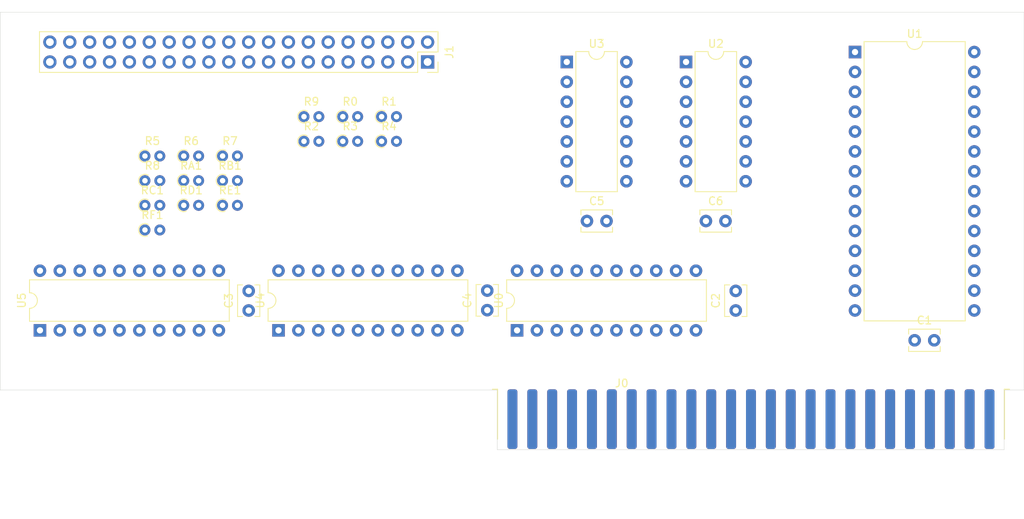
<source format=kicad_pcb>
(kicad_pcb (version 20171130) (host pcbnew 5.1.5+dfsg1-2build2)

  (general
    (thickness 1.6)
    (drawings 8)
    (tracks 0)
    (zones 0)
    (modules 30)
    (nets 96)
  )

  (page A4)
  (layers
    (0 F.Cu signal)
    (31 B.Cu signal)
    (32 B.Adhes user hide)
    (33 F.Adhes user hide)
    (34 B.Paste user hide)
    (35 F.Paste user hide)
    (36 B.SilkS user)
    (37 F.SilkS user)
    (38 B.Mask user)
    (39 F.Mask user)
    (40 Dwgs.User user hide)
    (41 Cmts.User user hide)
    (42 Eco1.User user hide)
    (43 Eco2.User user hide)
    (44 Edge.Cuts user)
    (45 Margin user hide)
    (46 B.CrtYd user)
    (47 F.CrtYd user)
    (48 B.Fab user)
    (49 F.Fab user)
  )

  (setup
    (last_trace_width 0.25)
    (trace_clearance 0.2)
    (zone_clearance 0.508)
    (zone_45_only no)
    (trace_min 0.2)
    (via_size 0.8)
    (via_drill 0.4)
    (via_min_size 0.4)
    (via_min_drill 0.3)
    (uvia_size 0.3)
    (uvia_drill 0.1)
    (uvias_allowed no)
    (uvia_min_size 0.2)
    (uvia_min_drill 0.1)
    (edge_width 0.05)
    (segment_width 0.2)
    (pcb_text_width 0.3)
    (pcb_text_size 1.5 1.5)
    (mod_edge_width 0.12)
    (mod_text_size 1 1)
    (mod_text_width 0.15)
    (pad_size 1.524 1.524)
    (pad_drill 0.762)
    (pad_to_mask_clearance 0.051)
    (solder_mask_min_width 0.25)
    (aux_axis_origin 0 0)
    (visible_elements FFFFFF7F)
    (pcbplotparams
      (layerselection 0x010fc_ffffffff)
      (usegerberextensions false)
      (usegerberattributes false)
      (usegerberadvancedattributes false)
      (creategerberjobfile false)
      (excludeedgelayer true)
      (linewidth 0.100000)
      (plotframeref false)
      (viasonmask false)
      (mode 1)
      (useauxorigin false)
      (hpglpennumber 1)
      (hpglpenspeed 20)
      (hpglpendiameter 15.000000)
      (psnegative false)
      (psa4output false)
      (plotreference true)
      (plotvalue true)
      (plotinvisibletext false)
      (padsonsilk false)
      (subtractmaskfromsilk false)
      (outputformat 1)
      (mirror false)
      (drillshape 1)
      (scaleselection 1)
      (outputdirectory ""))
  )

  (net 0 "")
  (net 1 "Net-(U0-Pad15)")
  (net 2 "Net-(U1-Pad2)")
  (net 3 "Net-(U0-Pad14)")
  (net 4 "Net-(J0-Pad9)")
  (net 5 "Net-(U0-Pad13)")
  (net 6 "Net-(J0-Pad8)")
  (net 7 "Net-(U0-Pad12)")
  (net 8 "Net-(J0-Pad7)")
  (net 9 "Net-(U0-Pad11)")
  (net 10 "Net-(J0-Pad6)")
  (net 11 "Net-(J0-Pad1)")
  (net 12 "Net-(J0-Pad5)")
  (net 13 "Net-(J0-Pad12)")
  (net 14 "Net-(J0-Pad4)")
  (net 15 "Net-(J0-Pad3)")
  (net 16 "Net-(U1-Pad23)")
  (net 17 "Net-(J0-Pad2)")
  (net 18 "Net-(J0-Pad11)")
  (net 19 "Net-(U0-Pad18)")
  (net 20 "Net-(J0-Pad10)")
  (net 21 "Net-(U0-Pad17)")
  (net 22 "Net-(U1-Pad26)")
  (net 23 "Net-(U0-Pad16)")
  (net 24 "Net-(J0-Pad13)")
  (net 25 "Net-(J0-Pad14)")
  (net 26 "Net-(J0-Pad15)")
  (net 27 "Net-(J0-Pad16)")
  (net 28 "Net-(J0-Pad17)")
  (net 29 "Net-(J0-Pad18)")
  (net 30 "Net-(J0-Pad19)")
  (net 31 "Net-(J0-Pad20)")
  (net 32 "Net-(J0-Pad21)")
  (net 33 "Net-(J0-Pad22)")
  (net 34 "Net-(J0-Pad23)")
  (net 35 "Net-(J0-Pad24)")
  (net 36 "Net-(J0-Pad29)")
  (net 37 "Net-(J0-Pad30)")
  (net 38 "Net-(J0-Pad31)")
  (net 39 "Net-(J0-Pad32)")
  (net 40 "Net-(J0-Pad33)")
  (net 41 "Net-(J0-Pad34)")
  (net 42 "Net-(J0-Pad35)")
  (net 43 "Net-(J0-Pad36)")
  (net 44 "Net-(J0-Pad37)")
  (net 45 "Net-(J0-Pad38)")
  (net 46 "Net-(J0-Pad39)")
  (net 47 "Net-(J0-Pad40)")
  (net 48 "Net-(J0-Pad43)")
  (net 49 "Net-(J0-Pad44)")
  (net 50 "Net-(J0-Pad45)")
  (net 51 "Net-(J0-Pad46)")
  (net 52 "Net-(J0-Pad47)")
  (net 53 "Net-(J0-Pad48)")
  (net 54 "Net-(J0-Pad49)")
  (net 55 "Net-(J0-Pad50)")
  (net 56 "Net-(J1-Pad1)")
  (net 57 "Net-(J1-Pad3)")
  (net 58 "Net-(J1-Pad5)")
  (net 59 "Net-(J1-Pad7)")
  (net 60 "Net-(J1-Pad8)")
  (net 61 "Net-(J1-Pad10)")
  (net 62 "Net-(J1-Pad11)")
  (net 63 "Net-(J1-Pad12)")
  (net 64 "Net-(J1-Pad13)")
  (net 65 "Net-(J1-Pad15)")
  (net 66 "Net-(J1-Pad16)")
  (net 67 "Net-(J1-Pad17)")
  (net 68 "Net-(J1-Pad18)")
  (net 69 "Net-(J1-Pad19)")
  (net 70 "Net-(J1-Pad21)")
  (net 71 "Net-(J1-Pad22)")
  (net 72 "Net-(J1-Pad23)")
  (net 73 "Net-(J1-Pad24)")
  (net 74 "Net-(J1-Pad26)")
  (net 75 "Net-(J1-Pad27)")
  (net 76 "Net-(J1-Pad28)")
  (net 77 "Net-(J1-Pad29)")
  (net 78 "Net-(J1-Pad31)")
  (net 79 "Net-(J1-Pad32)")
  (net 80 "Net-(J1-Pad33)")
  (net 81 "Net-(J1-Pad35)")
  (net 82 "Net-(J1-Pad36)")
  (net 83 "Net-(J1-Pad37)")
  (net 84 "Net-(J1-Pad38)")
  (net 85 "Net-(J1-Pad40)")
  (net 86 "Net-(U0-Pad1)")
  (net 87 "Net-(J0-Pad42)")
  (net 88 "Net-(U0-Pad19)")
  (net 89 "Net-(U2-Pad3)")
  (net 90 "Net-(U2-Pad8)")
  (net 91 "Net-(J0-Pad41)")
  (net 92 "Net-(U3-Pad1)")
  (net 93 "Net-(U3-Pad10)")
  (net 94 "Net-(C1-Pad2)")
  (net 95 "Net-(C1-Pad1)")

  (net_class Default "This is the default net class."
    (clearance 0.2)
    (trace_width 0.25)
    (via_dia 0.8)
    (via_drill 0.4)
    (uvia_dia 0.3)
    (uvia_drill 0.1)
    (add_net "Net-(C1-Pad1)")
    (add_net "Net-(C1-Pad2)")
    (add_net "Net-(J0-Pad1)")
    (add_net "Net-(J0-Pad10)")
    (add_net "Net-(J0-Pad11)")
    (add_net "Net-(J0-Pad12)")
    (add_net "Net-(J0-Pad13)")
    (add_net "Net-(J0-Pad14)")
    (add_net "Net-(J0-Pad15)")
    (add_net "Net-(J0-Pad16)")
    (add_net "Net-(J0-Pad17)")
    (add_net "Net-(J0-Pad18)")
    (add_net "Net-(J0-Pad19)")
    (add_net "Net-(J0-Pad2)")
    (add_net "Net-(J0-Pad20)")
    (add_net "Net-(J0-Pad21)")
    (add_net "Net-(J0-Pad22)")
    (add_net "Net-(J0-Pad23)")
    (add_net "Net-(J0-Pad24)")
    (add_net "Net-(J0-Pad29)")
    (add_net "Net-(J0-Pad3)")
    (add_net "Net-(J0-Pad30)")
    (add_net "Net-(J0-Pad31)")
    (add_net "Net-(J0-Pad32)")
    (add_net "Net-(J0-Pad33)")
    (add_net "Net-(J0-Pad34)")
    (add_net "Net-(J0-Pad35)")
    (add_net "Net-(J0-Pad36)")
    (add_net "Net-(J0-Pad37)")
    (add_net "Net-(J0-Pad38)")
    (add_net "Net-(J0-Pad39)")
    (add_net "Net-(J0-Pad4)")
    (add_net "Net-(J0-Pad40)")
    (add_net "Net-(J0-Pad41)")
    (add_net "Net-(J0-Pad42)")
    (add_net "Net-(J0-Pad43)")
    (add_net "Net-(J0-Pad44)")
    (add_net "Net-(J0-Pad45)")
    (add_net "Net-(J0-Pad46)")
    (add_net "Net-(J0-Pad47)")
    (add_net "Net-(J0-Pad48)")
    (add_net "Net-(J0-Pad49)")
    (add_net "Net-(J0-Pad5)")
    (add_net "Net-(J0-Pad50)")
    (add_net "Net-(J0-Pad6)")
    (add_net "Net-(J0-Pad7)")
    (add_net "Net-(J0-Pad8)")
    (add_net "Net-(J0-Pad9)")
    (add_net "Net-(J1-Pad1)")
    (add_net "Net-(J1-Pad10)")
    (add_net "Net-(J1-Pad11)")
    (add_net "Net-(J1-Pad12)")
    (add_net "Net-(J1-Pad13)")
    (add_net "Net-(J1-Pad15)")
    (add_net "Net-(J1-Pad16)")
    (add_net "Net-(J1-Pad17)")
    (add_net "Net-(J1-Pad18)")
    (add_net "Net-(J1-Pad19)")
    (add_net "Net-(J1-Pad21)")
    (add_net "Net-(J1-Pad22)")
    (add_net "Net-(J1-Pad23)")
    (add_net "Net-(J1-Pad24)")
    (add_net "Net-(J1-Pad26)")
    (add_net "Net-(J1-Pad27)")
    (add_net "Net-(J1-Pad28)")
    (add_net "Net-(J1-Pad29)")
    (add_net "Net-(J1-Pad3)")
    (add_net "Net-(J1-Pad31)")
    (add_net "Net-(J1-Pad32)")
    (add_net "Net-(J1-Pad33)")
    (add_net "Net-(J1-Pad35)")
    (add_net "Net-(J1-Pad36)")
    (add_net "Net-(J1-Pad37)")
    (add_net "Net-(J1-Pad38)")
    (add_net "Net-(J1-Pad40)")
    (add_net "Net-(J1-Pad5)")
    (add_net "Net-(J1-Pad7)")
    (add_net "Net-(J1-Pad8)")
    (add_net "Net-(U0-Pad1)")
    (add_net "Net-(U0-Pad11)")
    (add_net "Net-(U0-Pad12)")
    (add_net "Net-(U0-Pad13)")
    (add_net "Net-(U0-Pad14)")
    (add_net "Net-(U0-Pad15)")
    (add_net "Net-(U0-Pad16)")
    (add_net "Net-(U0-Pad17)")
    (add_net "Net-(U0-Pad18)")
    (add_net "Net-(U0-Pad19)")
    (add_net "Net-(U1-Pad2)")
    (add_net "Net-(U1-Pad23)")
    (add_net "Net-(U1-Pad26)")
    (add_net "Net-(U2-Pad3)")
    (add_net "Net-(U2-Pad8)")
    (add_net "Net-(U3-Pad1)")
    (add_net "Net-(U3-Pad10)")
  )

  (module "Hardware:Apple II Expansion Edge Connector" (layer F.Cu) (tedit 5CA41682) (tstamp 5FAE4676)
    (at 134.025001 114.215001)
    (path /5FA0A8C3)
    (fp_text reference J0 (at 0 0.5) (layer F.SilkS)
      (effects (font (size 1 1) (thickness 0.15)))
    )
    (fp_text value "Apple II Expansion Bus" (at 9.652 -5.08) (layer F.Fab)
      (effects (font (size 1 1) (thickness 0.15)))
    )
    (fp_line (start 48.895 7.62) (end 48.895 1.27) (layer F.SilkS) (width 0.15))
    (fp_line (start 48.895 1.27) (end 49.53 1.27) (layer F.SilkS) (width 0.15))
    (fp_line (start -15.875 7.62) (end -15.875 1.27) (layer F.SilkS) (width 0.15))
    (fp_line (start -15.875 1.27) (end -16.51 1.27) (layer F.SilkS) (width 0.15))
    (fp_text user "7 A5" (at 1.905 0 45) (layer F.Fab)
      (effects (font (size 0.762 0.762) (thickness 0.127)))
    )
    (fp_text user "9 A7" (at 6.985 0 45) (layer F.Fab)
      (effects (font (size 0.762 0.762) (thickness 0.127)))
    )
    (fp_text user "6 A4" (at -0.635 0 45) (layer F.Fab)
      (effects (font (size 0.762 0.762) (thickness 0.127)))
    )
    (fp_text user "8 A6" (at 4.445 0 45) (layer F.Fab)
      (effects (font (size 0.762 0.762) (thickness 0.127)))
    )
    (fp_text user "2 A0" (at -10.668 -0.127 45) (layer F.Fab)
      (effects (font (size 0.762 0.762) (thickness 0.127)))
    )
    (fp_text user "49 D0" (at -12.446 10.668 45) (layer F.Fab)
      (effects (font (size 0.762 0.762) (thickness 0.127)))
    )
    (fp_text user "4 A2" (at -5.588 0.127 45) (layer F.Fab)
      (effects (font (size 0.762 0.762) (thickness 0.127)))
    )
    (fp_text user "5 A3" (at -3.048 0 45) (layer F.Fab)
      (effects (font (size 0.762 0.762) (thickness 0.127)))
    )
    (fp_text user "3 A1" (at -8.128 -0.127 45) (layer F.Fab)
      (effects (font (size 0.762 0.762) (thickness 0.127)))
    )
    (fp_text user "1 _I/O SELECT" (at -11.303 -2.032 45) (layer F.Fab)
      (effects (font (size 0.762 0.762) (thickness 0.127)))
    )
    (fp_text user "50 +12V" (at -15.494 11.43 45) (layer F.Fab)
      (effects (font (size 0.762 0.762) (thickness 0.127)))
    )
    (fp_poly (pts (xy 48.895 8.89) (xy 48.895 1.27) (xy -15.875 1.27) (xy -15.875 8.89)) (layer F.Mask) (width 0.15))
    (fp_poly (pts (xy 48.895 8.89) (xy 48.895 1.27) (xy -15.875 1.27) (xy -15.875 8.89)) (layer B.Mask) (width 0.15))
    (fp_text user "10 A8" (at 9.779 -0.254 45) (layer F.Fab)
      (effects (font (size 0.762 0.762) (thickness 0.127)))
    )
    (fp_text user "11 A9" (at 12.319 -0.254 45) (layer F.Fab)
      (effects (font (size 0.762 0.762) (thickness 0.127)))
    )
    (fp_text user "12 A10" (at 15.113 -0.508 45) (layer F.Fab)
      (effects (font (size 0.762 0.762) (thickness 0.127)))
    )
    (fp_text user "13 A11" (at 17.653 -0.508 45) (layer F.Fab)
      (effects (font (size 0.762 0.762) (thickness 0.127)))
    )
    (fp_text user "15 A13" (at 22.733 -0.508 45) (layer F.Fab)
      (effects (font (size 0.762 0.762) (thickness 0.127)))
    )
    (fp_text user "14 A12" (at 20.193 -0.508 45) (layer F.Fab)
      (effects (font (size 0.762 0.762) (thickness 0.127)))
    )
    (fp_text user "17 A15" (at 27.813 -0.508 45) (layer F.Fab)
      (effects (font (size 0.762 0.762) (thickness 0.127)))
    )
    (fp_text user "16 A14" (at 25.273 -0.508 45) (layer F.Fab)
      (effects (font (size 0.762 0.762) (thickness 0.127)))
    )
    (fp_text user "18 R/W" (at 30.48 -0.635 45) (layer F.Fab)
      (effects (font (size 0.762 0.762) (thickness 0.127)))
    )
    (fp_text user "19 N.C." (at 32.893 -0.635 45) (layer F.Fab)
      (effects (font (size 0.762 0.762) (thickness 0.127)))
    )
    (fp_text user "20 _I/O STROBE" (at 37.084 -2.413 45) (layer F.Fab)
      (effects (font (size 0.762 0.762) (thickness 0.127)))
    )
    (fp_text user "21 RDY" (at 37.973 -0.508 45) (layer F.Fab)
      (effects (font (size 0.762 0.762) (thickness 0.127)))
    )
    (fp_text user "22 _DMA" (at 40.767 -0.762 45) (layer F.Fab)
      (effects (font (size 0.762 0.762) (thickness 0.127)))
    )
    (fp_text user "23 INT OUT" (at 43.942 -1.397 45) (layer F.Fab)
      (effects (font (size 0.762 0.762) (thickness 0.127)))
    )
    (fp_text user "24 DMA OUT" (at 46.609 -1.524 45) (layer F.Fab)
      (effects (font (size 0.762 0.762) (thickness 0.127)))
    )
    (fp_text user "25 +5V" (at 48.26 -0.635 45) (layer F.Fab)
      (effects (font (size 0.762 0.762) (thickness 0.127)))
    )
    (fp_text user "48 D1" (at -9.906 10.541 45) (layer F.Fab)
      (effects (font (size 0.762 0.762) (thickness 0.127)))
    )
    (fp_text user "47 D2" (at -7.239 10.541 45) (layer F.Fab)
      (effects (font (size 0.762 0.762) (thickness 0.127)))
    )
    (fp_text user "46 D3" (at -4.699 10.541 45) (layer F.Fab)
      (effects (font (size 0.762 0.762) (thickness 0.127)))
    )
    (fp_text user "45 D4" (at -2.159 10.541 45) (layer F.Fab)
      (effects (font (size 0.762 0.762) (thickness 0.127)))
    )
    (fp_text user "44 D5" (at 0.508 10.541 45) (layer F.Fab)
      (effects (font (size 0.762 0.762) (thickness 0.127)))
    )
    (fp_text user "43 D6" (at 2.921 10.541 45) (layer F.Fab)
      (effects (font (size 0.762 0.762) (thickness 0.127)))
    )
    (fp_text user "42 D7" (at 5.461 10.541 45) (layer F.Fab)
      (effects (font (size 0.762 0.762) (thickness 0.127)))
    )
    (fp_text user "41 _DEVICE SELECT" (at 5.334 13.335 45) (layer F.Fab)
      (effects (font (size 0.762 0.762) (thickness 0.127)))
    )
    (fp_text user "40 @0" (at 10.414 10.541 45) (layer F.Fab)
      (effects (font (size 0.762 0.762) (thickness 0.127)))
    )
    (fp_text user "39 USER 1" (at 12.192 11.43 45) (layer F.Fab)
      (effects (font (size 0.762 0.762) (thickness 0.127)))
    )
    (fp_text user "38 @1" (at 15.621 10.541 45) (layer F.Fab)
      (effects (font (size 0.762 0.762) (thickness 0.127)))
    )
    (fp_text user "37 Q3" (at 18.161 10.541 45) (layer F.Fab)
      (effects (font (size 0.762 0.762) (thickness 0.127)))
    )
    (fp_text user "36 7M" (at 20.701 10.541 45) (layer F.Fab)
      (effects (font (size 0.762 0.762) (thickness 0.127)))
    )
    (fp_text user "35 N.C." (at 23.368 10.541 45) (layer F.Fab)
      (effects (font (size 0.762 0.762) (thickness 0.127)))
    )
    (fp_text user "34 -5V" (at 25.527 10.922 45) (layer F.Fab)
      (effects (font (size 0.762 0.762) (thickness 0.127)))
    )
    (fp_text user "33 -12V" (at 27.813 11.176 45) (layer F.Fab)
      (effects (font (size 0.762 0.762) (thickness 0.127)))
    )
    (fp_text user "32 _INH" (at 30.607 10.922 45) (layer F.Fab)
      (effects (font (size 0.762 0.762) (thickness 0.127)))
    )
    (fp_text user "31 _RES" (at 33.02 10.922 45) (layer F.Fab)
      (effects (font (size 0.762 0.762) (thickness 0.127)))
    )
    (fp_text user "30 _IRQ" (at 35.687 10.922 45) (layer F.Fab)
      (effects (font (size 0.762 0.762) (thickness 0.127)))
    )
    (fp_text user "29 _NMI" (at 38.1 10.922 45) (layer F.Fab)
      (effects (font (size 0.762 0.762) (thickness 0.127)))
    )
    (fp_text user "28 INT IN" (at 40.386 11.303 45) (layer F.Fab)
      (effects (font (size 0.762 0.762) (thickness 0.127)))
    )
    (fp_text user "27 DMA IN" (at 42.799 11.43 45) (layer F.Fab)
      (effects (font (size 0.762 0.762) (thickness 0.127)))
    )
    (fp_text user "26 GND" (at 45.974 10.922 45) (layer F.Fab)
      (effects (font (size 0.762 0.762) (thickness 0.127)))
    )
    (pad 1 connect roundrect (at -13.97 5.08) (size 1.27 7.62) (layers F.Cu F.Mask) (roundrect_rratio 0.25)
      (net 11 "Net-(J0-Pad1)"))
    (pad 2 connect roundrect (at -11.43 5.08) (size 1.27 7.62) (layers F.Cu F.Mask) (roundrect_rratio 0.25)
      (net 17 "Net-(J0-Pad2)"))
    (pad 3 connect roundrect (at -8.89 5.08) (size 1.27 7.62) (layers F.Cu F.Mask) (roundrect_rratio 0.25)
      (net 15 "Net-(J0-Pad3)"))
    (pad 4 connect roundrect (at -6.35 5.08) (size 1.27 7.62) (layers F.Cu F.Mask) (roundrect_rratio 0.25)
      (net 14 "Net-(J0-Pad4)"))
    (pad 5 connect roundrect (at -3.81 5.08) (size 1.27 7.62) (layers F.Cu F.Mask) (roundrect_rratio 0.25)
      (net 12 "Net-(J0-Pad5)"))
    (pad 6 connect roundrect (at -1.27 5.08) (size 1.27 7.62) (layers F.Cu F.Mask) (roundrect_rratio 0.25)
      (net 10 "Net-(J0-Pad6)"))
    (pad 7 connect roundrect (at 1.27 5.08) (size 1.27 7.62) (layers F.Cu F.Mask) (roundrect_rratio 0.25)
      (net 8 "Net-(J0-Pad7)"))
    (pad 8 connect roundrect (at 3.81 5.08) (size 1.27 7.62) (layers F.Cu F.Mask) (roundrect_rratio 0.25)
      (net 6 "Net-(J0-Pad8)"))
    (pad 9 connect roundrect (at 6.35 5.08) (size 1.27 7.62) (layers F.Cu F.Mask) (roundrect_rratio 0.25)
      (net 4 "Net-(J0-Pad9)"))
    (pad 10 connect roundrect (at 8.89 5.08) (size 1.27 7.62) (layers F.Cu F.Mask) (roundrect_rratio 0.25)
      (net 20 "Net-(J0-Pad10)"))
    (pad 11 connect roundrect (at 11.43 5.08) (size 1.27 7.62) (layers F.Cu F.Mask) (roundrect_rratio 0.25)
      (net 18 "Net-(J0-Pad11)"))
    (pad 12 connect roundrect (at 13.97 5.08) (size 1.27 7.62) (layers F.Cu F.Mask) (roundrect_rratio 0.25)
      (net 13 "Net-(J0-Pad12)"))
    (pad 13 connect roundrect (at 16.51 5.08) (size 1.27 7.62) (layers F.Cu F.Mask) (roundrect_rratio 0.25)
      (net 24 "Net-(J0-Pad13)"))
    (pad 14 connect roundrect (at 19.05 5.08) (size 1.27 7.62) (layers F.Cu F.Mask) (roundrect_rratio 0.25)
      (net 25 "Net-(J0-Pad14)"))
    (pad 15 connect roundrect (at 21.59 5.08) (size 1.27 7.62) (layers F.Cu F.Mask) (roundrect_rratio 0.25)
      (net 26 "Net-(J0-Pad15)"))
    (pad 16 connect roundrect (at 24.13 5.08) (size 1.27 7.62) (layers F.Cu F.Mask) (roundrect_rratio 0.25)
      (net 27 "Net-(J0-Pad16)"))
    (pad 17 connect roundrect (at 26.67 5.08) (size 1.27 7.62) (layers F.Cu F.Mask) (roundrect_rratio 0.25)
      (net 28 "Net-(J0-Pad17)"))
    (pad 18 connect roundrect (at 29.21 5.08) (size 1.27 7.62) (layers F.Cu F.Mask) (roundrect_rratio 0.25)
      (net 29 "Net-(J0-Pad18)"))
    (pad 19 connect roundrect (at 31.75 5.08) (size 1.27 7.62) (layers F.Cu F.Mask) (roundrect_rratio 0.25)
      (net 30 "Net-(J0-Pad19)"))
    (pad 20 connect roundrect (at 34.29 5.08) (size 1.27 7.62) (layers F.Cu F.Mask) (roundrect_rratio 0.25)
      (net 31 "Net-(J0-Pad20)"))
    (pad 21 connect roundrect (at 36.83 5.08) (size 1.27 7.62) (layers F.Cu F.Mask) (roundrect_rratio 0.25)
      (net 32 "Net-(J0-Pad21)"))
    (pad 22 connect roundrect (at 39.37 5.08) (size 1.27 7.62) (layers F.Cu F.Mask) (roundrect_rratio 0.25)
      (net 33 "Net-(J0-Pad22)"))
    (pad 23 connect roundrect (at 41.91 5.08) (size 1.27 7.62) (layers F.Cu F.Mask) (roundrect_rratio 0.25)
      (net 34 "Net-(J0-Pad23)"))
    (pad 24 connect roundrect (at 44.45 5.08) (size 1.27 7.62) (layers F.Cu F.Mask) (roundrect_rratio 0.25)
      (net 35 "Net-(J0-Pad24)"))
    (pad 25 connect roundrect (at 46.99 5.08) (size 1.27 7.62) (layers F.Cu F.Mask) (roundrect_rratio 0.25)
      (net 95 "Net-(C1-Pad1)"))
    (pad 26 connect roundrect (at 46.99 5.08) (size 1.27 7.62) (layers B.Cu B.Mask) (roundrect_rratio 0.25)
      (net 94 "Net-(C1-Pad2)"))
    (pad 27 connect roundrect (at 44.45 5.08) (size 1.27 7.62) (layers B.Cu B.Mask) (roundrect_rratio 0.25)
      (net 35 "Net-(J0-Pad24)"))
    (pad 28 connect roundrect (at 41.91 5.08) (size 1.27 7.62) (layers B.Cu B.Mask) (roundrect_rratio 0.25)
      (net 34 "Net-(J0-Pad23)"))
    (pad 29 connect roundrect (at 39.37 5.08) (size 1.27 7.62) (layers B.Cu B.Mask) (roundrect_rratio 0.25)
      (net 36 "Net-(J0-Pad29)"))
    (pad 30 connect roundrect (at 36.83 5.08) (size 1.27 7.62) (layers B.Cu B.Mask) (roundrect_rratio 0.25)
      (net 37 "Net-(J0-Pad30)"))
    (pad 31 connect roundrect (at 34.29 5.08) (size 1.27 7.62) (layers B.Cu B.Mask) (roundrect_rratio 0.25)
      (net 38 "Net-(J0-Pad31)"))
    (pad 32 connect roundrect (at 31.75 5.08) (size 1.27 7.62) (layers B.Cu B.Mask) (roundrect_rratio 0.25)
      (net 39 "Net-(J0-Pad32)"))
    (pad 33 connect roundrect (at 29.21 5.08) (size 1.27 7.62) (layers B.Cu B.Mask) (roundrect_rratio 0.25)
      (net 40 "Net-(J0-Pad33)"))
    (pad 34 connect roundrect (at 26.67 5.08) (size 1.27 7.62) (layers B.Cu B.Mask) (roundrect_rratio 0.25)
      (net 41 "Net-(J0-Pad34)"))
    (pad 35 connect roundrect (at 24.13 5.08) (size 1.27 7.62) (layers B.Cu B.Mask) (roundrect_rratio 0.25)
      (net 42 "Net-(J0-Pad35)"))
    (pad 36 connect roundrect (at 21.59 5.08) (size 1.27 7.62) (layers B.Cu B.Mask) (roundrect_rratio 0.25)
      (net 43 "Net-(J0-Pad36)"))
    (pad 38 connect roundrect (at 16.51 5.08) (size 1.27 7.62) (layers B.Cu B.Mask) (roundrect_rratio 0.25)
      (net 45 "Net-(J0-Pad38)"))
    (pad 37 connect roundrect (at 19.05 5.08) (size 1.27 7.62) (layers B.Cu B.Mask) (roundrect_rratio 0.25)
      (net 44 "Net-(J0-Pad37)"))
    (pad 39 connect roundrect (at 13.97 5.08) (size 1.27 7.62) (layers B.Cu B.Mask) (roundrect_rratio 0.25)
      (net 46 "Net-(J0-Pad39)"))
    (pad 40 connect roundrect (at 11.43 5.08) (size 1.27 7.62) (layers B.Cu B.Mask) (roundrect_rratio 0.25)
      (net 47 "Net-(J0-Pad40)"))
    (pad 41 connect roundrect (at 8.89 5.08) (size 1.27 7.62) (layers B.Cu B.Mask) (roundrect_rratio 0.25)
      (net 91 "Net-(J0-Pad41)"))
    (pad 42 connect roundrect (at 6.35 5.08) (size 1.27 7.62) (layers B.Cu B.Mask) (roundrect_rratio 0.25)
      (net 87 "Net-(J0-Pad42)"))
    (pad 43 connect roundrect (at 3.81 5.08) (size 1.27 7.62) (layers B.Cu B.Mask) (roundrect_rratio 0.25)
      (net 48 "Net-(J0-Pad43)"))
    (pad 44 connect roundrect (at 1.27 5.08) (size 1.27 7.62) (layers B.Cu B.Mask) (roundrect_rratio 0.25)
      (net 49 "Net-(J0-Pad44)"))
    (pad 45 connect roundrect (at -1.27 5.08) (size 1.27 7.62) (layers B.Cu B.Mask) (roundrect_rratio 0.25)
      (net 50 "Net-(J0-Pad45)"))
    (pad 46 connect roundrect (at -3.81 5.08) (size 1.27 7.62) (layers B.Cu B.Mask) (roundrect_rratio 0.25)
      (net 51 "Net-(J0-Pad46)"))
    (pad 47 connect roundrect (at -6.35 5.08) (size 1.27 7.62) (layers B.Cu B.Mask) (roundrect_rratio 0.25)
      (net 52 "Net-(J0-Pad47)"))
    (pad 48 connect roundrect (at -8.89 5.08) (size 1.27 7.62) (layers B.Cu B.Mask) (roundrect_rratio 0.25)
      (net 53 "Net-(J0-Pad48)"))
    (pad 49 connect roundrect (at -11.43 5.08) (size 1.27 7.62) (layers B.Cu B.Mask) (roundrect_rratio 0.25)
      (net 54 "Net-(J0-Pad49)"))
    (pad 50 connect roundrect (at -13.97 5.08) (size 1.27 7.62) (layers B.Cu B.Mask) (roundrect_rratio 0.25)
      (net 55 "Net-(J0-Pad50)"))
  )

  (module Capacitor_THT:C_Disc_D3.8mm_W2.6mm_P2.50mm (layer F.Cu) (tedit 5AE50EF0) (tstamp 5FB22CF2)
    (at 144.78 93.98)
    (descr "C, Disc series, Radial, pin pitch=2.50mm, , diameter*width=3.8*2.6mm^2, Capacitor, http://www.vishay.com/docs/45233/krseries.pdf")
    (tags "C Disc series Radial pin pitch 2.50mm  diameter 3.8mm width 2.6mm Capacitor")
    (path /5FB87862)
    (fp_text reference C6 (at 1.25 -2.55) (layer F.SilkS)
      (effects (font (size 1 1) (thickness 0.15)))
    )
    (fp_text value C (at 1.25 2.55) (layer F.Fab)
      (effects (font (size 1 1) (thickness 0.15)))
    )
    (fp_text user %R (at 1.25 0) (layer F.Fab)
      (effects (font (size 0.76 0.76) (thickness 0.114)))
    )
    (fp_line (start 3.55 -1.55) (end -1.05 -1.55) (layer F.CrtYd) (width 0.05))
    (fp_line (start 3.55 1.55) (end 3.55 -1.55) (layer F.CrtYd) (width 0.05))
    (fp_line (start -1.05 1.55) (end 3.55 1.55) (layer F.CrtYd) (width 0.05))
    (fp_line (start -1.05 -1.55) (end -1.05 1.55) (layer F.CrtYd) (width 0.05))
    (fp_line (start 3.27 0.795) (end 3.27 1.42) (layer F.SilkS) (width 0.12))
    (fp_line (start 3.27 -1.42) (end 3.27 -0.795) (layer F.SilkS) (width 0.12))
    (fp_line (start -0.77 0.795) (end -0.77 1.42) (layer F.SilkS) (width 0.12))
    (fp_line (start -0.77 -1.42) (end -0.77 -0.795) (layer F.SilkS) (width 0.12))
    (fp_line (start -0.77 1.42) (end 3.27 1.42) (layer F.SilkS) (width 0.12))
    (fp_line (start -0.77 -1.42) (end 3.27 -1.42) (layer F.SilkS) (width 0.12))
    (fp_line (start 3.15 -1.3) (end -0.65 -1.3) (layer F.Fab) (width 0.1))
    (fp_line (start 3.15 1.3) (end 3.15 -1.3) (layer F.Fab) (width 0.1))
    (fp_line (start -0.65 1.3) (end 3.15 1.3) (layer F.Fab) (width 0.1))
    (fp_line (start -0.65 -1.3) (end -0.65 1.3) (layer F.Fab) (width 0.1))
    (pad 2 thru_hole circle (at 2.5 0) (size 1.6 1.6) (drill 0.8) (layers *.Cu *.Mask)
      (net 94 "Net-(C1-Pad2)"))
    (pad 1 thru_hole circle (at 0 0) (size 1.6 1.6) (drill 0.8) (layers *.Cu *.Mask)
      (net 95 "Net-(C1-Pad1)"))
    (model ${KISYS3DMOD}/Capacitor_THT.3dshapes/C_Disc_D3.8mm_W2.6mm_P2.50mm.wrl
      (at (xyz 0 0 0))
      (scale (xyz 1 1 1))
      (rotate (xyz 0 0 0))
    )
  )

  (module Capacitor_THT:C_Disc_D3.8mm_W2.6mm_P2.50mm (layer F.Cu) (tedit 5AE50EF0) (tstamp 5FB22CDD)
    (at 129.58 93.98)
    (descr "C, Disc series, Radial, pin pitch=2.50mm, , diameter*width=3.8*2.6mm^2, Capacitor, http://www.vishay.com/docs/45233/krseries.pdf")
    (tags "C Disc series Radial pin pitch 2.50mm  diameter 3.8mm width 2.6mm Capacitor")
    (path /5FB8694D)
    (fp_text reference C5 (at 1.25 -2.55) (layer F.SilkS)
      (effects (font (size 1 1) (thickness 0.15)))
    )
    (fp_text value C (at 1.25 2.55) (layer F.Fab)
      (effects (font (size 1 1) (thickness 0.15)))
    )
    (fp_text user %R (at 1.25 0) (layer F.Fab)
      (effects (font (size 0.76 0.76) (thickness 0.114)))
    )
    (fp_line (start 3.55 -1.55) (end -1.05 -1.55) (layer F.CrtYd) (width 0.05))
    (fp_line (start 3.55 1.55) (end 3.55 -1.55) (layer F.CrtYd) (width 0.05))
    (fp_line (start -1.05 1.55) (end 3.55 1.55) (layer F.CrtYd) (width 0.05))
    (fp_line (start -1.05 -1.55) (end -1.05 1.55) (layer F.CrtYd) (width 0.05))
    (fp_line (start 3.27 0.795) (end 3.27 1.42) (layer F.SilkS) (width 0.12))
    (fp_line (start 3.27 -1.42) (end 3.27 -0.795) (layer F.SilkS) (width 0.12))
    (fp_line (start -0.77 0.795) (end -0.77 1.42) (layer F.SilkS) (width 0.12))
    (fp_line (start -0.77 -1.42) (end -0.77 -0.795) (layer F.SilkS) (width 0.12))
    (fp_line (start -0.77 1.42) (end 3.27 1.42) (layer F.SilkS) (width 0.12))
    (fp_line (start -0.77 -1.42) (end 3.27 -1.42) (layer F.SilkS) (width 0.12))
    (fp_line (start 3.15 -1.3) (end -0.65 -1.3) (layer F.Fab) (width 0.1))
    (fp_line (start 3.15 1.3) (end 3.15 -1.3) (layer F.Fab) (width 0.1))
    (fp_line (start -0.65 1.3) (end 3.15 1.3) (layer F.Fab) (width 0.1))
    (fp_line (start -0.65 -1.3) (end -0.65 1.3) (layer F.Fab) (width 0.1))
    (pad 2 thru_hole circle (at 2.5 0) (size 1.6 1.6) (drill 0.8) (layers *.Cu *.Mask)
      (net 94 "Net-(C1-Pad2)"))
    (pad 1 thru_hole circle (at 0 0) (size 1.6 1.6) (drill 0.8) (layers *.Cu *.Mask)
      (net 95 "Net-(C1-Pad1)"))
    (model ${KISYS3DMOD}/Capacitor_THT.3dshapes/C_Disc_D3.8mm_W2.6mm_P2.50mm.wrl
      (at (xyz 0 0 0))
      (scale (xyz 1 1 1))
      (rotate (xyz 0 0 0))
    )
  )

  (module Capacitor_THT:C_Disc_D3.8mm_W2.6mm_P2.50mm (layer F.Cu) (tedit 5AE50EF0) (tstamp 5FB22CC8)
    (at 116.84 105.37 90)
    (descr "C, Disc series, Radial, pin pitch=2.50mm, , diameter*width=3.8*2.6mm^2, Capacitor, http://www.vishay.com/docs/45233/krseries.pdf")
    (tags "C Disc series Radial pin pitch 2.50mm  diameter 3.8mm width 2.6mm Capacitor")
    (path /5FB82906)
    (fp_text reference C4 (at 1.25 -2.55 90) (layer F.SilkS)
      (effects (font (size 1 1) (thickness 0.15)))
    )
    (fp_text value C (at 1.25 2.55 90) (layer F.Fab)
      (effects (font (size 1 1) (thickness 0.15)))
    )
    (fp_text user %R (at 1.25 0 90) (layer F.Fab)
      (effects (font (size 0.76 0.76) (thickness 0.114)))
    )
    (fp_line (start 3.55 -1.55) (end -1.05 -1.55) (layer F.CrtYd) (width 0.05))
    (fp_line (start 3.55 1.55) (end 3.55 -1.55) (layer F.CrtYd) (width 0.05))
    (fp_line (start -1.05 1.55) (end 3.55 1.55) (layer F.CrtYd) (width 0.05))
    (fp_line (start -1.05 -1.55) (end -1.05 1.55) (layer F.CrtYd) (width 0.05))
    (fp_line (start 3.27 0.795) (end 3.27 1.42) (layer F.SilkS) (width 0.12))
    (fp_line (start 3.27 -1.42) (end 3.27 -0.795) (layer F.SilkS) (width 0.12))
    (fp_line (start -0.77 0.795) (end -0.77 1.42) (layer F.SilkS) (width 0.12))
    (fp_line (start -0.77 -1.42) (end -0.77 -0.795) (layer F.SilkS) (width 0.12))
    (fp_line (start -0.77 1.42) (end 3.27 1.42) (layer F.SilkS) (width 0.12))
    (fp_line (start -0.77 -1.42) (end 3.27 -1.42) (layer F.SilkS) (width 0.12))
    (fp_line (start 3.15 -1.3) (end -0.65 -1.3) (layer F.Fab) (width 0.1))
    (fp_line (start 3.15 1.3) (end 3.15 -1.3) (layer F.Fab) (width 0.1))
    (fp_line (start -0.65 1.3) (end 3.15 1.3) (layer F.Fab) (width 0.1))
    (fp_line (start -0.65 -1.3) (end -0.65 1.3) (layer F.Fab) (width 0.1))
    (pad 2 thru_hole circle (at 2.5 0 90) (size 1.6 1.6) (drill 0.8) (layers *.Cu *.Mask)
      (net 94 "Net-(C1-Pad2)"))
    (pad 1 thru_hole circle (at 0 0 90) (size 1.6 1.6) (drill 0.8) (layers *.Cu *.Mask)
      (net 95 "Net-(C1-Pad1)"))
    (model ${KISYS3DMOD}/Capacitor_THT.3dshapes/C_Disc_D3.8mm_W2.6mm_P2.50mm.wrl
      (at (xyz 0 0 0))
      (scale (xyz 1 1 1))
      (rotate (xyz 0 0 0))
    )
  )

  (module Capacitor_THT:C_Disc_D3.8mm_W2.6mm_P2.50mm (layer F.Cu) (tedit 5AE50EF0) (tstamp 5FB22CB3)
    (at 86.36 105.41 90)
    (descr "C, Disc series, Radial, pin pitch=2.50mm, , diameter*width=3.8*2.6mm^2, Capacitor, http://www.vishay.com/docs/45233/krseries.pdf")
    (tags "C Disc series Radial pin pitch 2.50mm  diameter 3.8mm width 2.6mm Capacitor")
    (path /5FB81404)
    (fp_text reference C3 (at 1.25 -2.55 90) (layer F.SilkS)
      (effects (font (size 1 1) (thickness 0.15)))
    )
    (fp_text value C (at 1.25 2.55 90) (layer F.Fab)
      (effects (font (size 1 1) (thickness 0.15)))
    )
    (fp_text user %R (at 1.25 0 90) (layer F.Fab)
      (effects (font (size 0.76 0.76) (thickness 0.114)))
    )
    (fp_line (start 3.55 -1.55) (end -1.05 -1.55) (layer F.CrtYd) (width 0.05))
    (fp_line (start 3.55 1.55) (end 3.55 -1.55) (layer F.CrtYd) (width 0.05))
    (fp_line (start -1.05 1.55) (end 3.55 1.55) (layer F.CrtYd) (width 0.05))
    (fp_line (start -1.05 -1.55) (end -1.05 1.55) (layer F.CrtYd) (width 0.05))
    (fp_line (start 3.27 0.795) (end 3.27 1.42) (layer F.SilkS) (width 0.12))
    (fp_line (start 3.27 -1.42) (end 3.27 -0.795) (layer F.SilkS) (width 0.12))
    (fp_line (start -0.77 0.795) (end -0.77 1.42) (layer F.SilkS) (width 0.12))
    (fp_line (start -0.77 -1.42) (end -0.77 -0.795) (layer F.SilkS) (width 0.12))
    (fp_line (start -0.77 1.42) (end 3.27 1.42) (layer F.SilkS) (width 0.12))
    (fp_line (start -0.77 -1.42) (end 3.27 -1.42) (layer F.SilkS) (width 0.12))
    (fp_line (start 3.15 -1.3) (end -0.65 -1.3) (layer F.Fab) (width 0.1))
    (fp_line (start 3.15 1.3) (end 3.15 -1.3) (layer F.Fab) (width 0.1))
    (fp_line (start -0.65 1.3) (end 3.15 1.3) (layer F.Fab) (width 0.1))
    (fp_line (start -0.65 -1.3) (end -0.65 1.3) (layer F.Fab) (width 0.1))
    (pad 2 thru_hole circle (at 2.5 0 90) (size 1.6 1.6) (drill 0.8) (layers *.Cu *.Mask)
      (net 94 "Net-(C1-Pad2)"))
    (pad 1 thru_hole circle (at 0 0 90) (size 1.6 1.6) (drill 0.8) (layers *.Cu *.Mask)
      (net 95 "Net-(C1-Pad1)"))
    (model ${KISYS3DMOD}/Capacitor_THT.3dshapes/C_Disc_D3.8mm_W2.6mm_P2.50mm.wrl
      (at (xyz 0 0 0))
      (scale (xyz 1 1 1))
      (rotate (xyz 0 0 0))
    )
  )

  (module Capacitor_THT:C_Disc_D3.8mm_W2.6mm_P2.50mm (layer F.Cu) (tedit 5AE50EF0) (tstamp 5FB22C9E)
    (at 148.59 105.41 90)
    (descr "C, Disc series, Radial, pin pitch=2.50mm, , diameter*width=3.8*2.6mm^2, Capacitor, http://www.vishay.com/docs/45233/krseries.pdf")
    (tags "C Disc series Radial pin pitch 2.50mm  diameter 3.8mm width 2.6mm Capacitor")
    (path /5FB849D8)
    (fp_text reference C2 (at 1.25 -2.55 90) (layer F.SilkS)
      (effects (font (size 1 1) (thickness 0.15)))
    )
    (fp_text value C (at 1.25 2.55 90) (layer F.Fab)
      (effects (font (size 1 1) (thickness 0.15)))
    )
    (fp_text user %R (at 1.25 0 90) (layer F.Fab)
      (effects (font (size 0.76 0.76) (thickness 0.114)))
    )
    (fp_line (start 3.55 -1.55) (end -1.05 -1.55) (layer F.CrtYd) (width 0.05))
    (fp_line (start 3.55 1.55) (end 3.55 -1.55) (layer F.CrtYd) (width 0.05))
    (fp_line (start -1.05 1.55) (end 3.55 1.55) (layer F.CrtYd) (width 0.05))
    (fp_line (start -1.05 -1.55) (end -1.05 1.55) (layer F.CrtYd) (width 0.05))
    (fp_line (start 3.27 0.795) (end 3.27 1.42) (layer F.SilkS) (width 0.12))
    (fp_line (start 3.27 -1.42) (end 3.27 -0.795) (layer F.SilkS) (width 0.12))
    (fp_line (start -0.77 0.795) (end -0.77 1.42) (layer F.SilkS) (width 0.12))
    (fp_line (start -0.77 -1.42) (end -0.77 -0.795) (layer F.SilkS) (width 0.12))
    (fp_line (start -0.77 1.42) (end 3.27 1.42) (layer F.SilkS) (width 0.12))
    (fp_line (start -0.77 -1.42) (end 3.27 -1.42) (layer F.SilkS) (width 0.12))
    (fp_line (start 3.15 -1.3) (end -0.65 -1.3) (layer F.Fab) (width 0.1))
    (fp_line (start 3.15 1.3) (end 3.15 -1.3) (layer F.Fab) (width 0.1))
    (fp_line (start -0.65 1.3) (end 3.15 1.3) (layer F.Fab) (width 0.1))
    (fp_line (start -0.65 -1.3) (end -0.65 1.3) (layer F.Fab) (width 0.1))
    (pad 2 thru_hole circle (at 2.5 0 90) (size 1.6 1.6) (drill 0.8) (layers *.Cu *.Mask)
      (net 94 "Net-(C1-Pad2)"))
    (pad 1 thru_hole circle (at 0 0 90) (size 1.6 1.6) (drill 0.8) (layers *.Cu *.Mask)
      (net 95 "Net-(C1-Pad1)"))
    (model ${KISYS3DMOD}/Capacitor_THT.3dshapes/C_Disc_D3.8mm_W2.6mm_P2.50mm.wrl
      (at (xyz 0 0 0))
      (scale (xyz 1 1 1))
      (rotate (xyz 0 0 0))
    )
  )

  (module Capacitor_THT:C_Disc_D3.8mm_W2.6mm_P2.50mm (layer F.Cu) (tedit 5AE50EF0) (tstamp 5FB22C89)
    (at 171.45 109.22)
    (descr "C, Disc series, Radial, pin pitch=2.50mm, , diameter*width=3.8*2.6mm^2, Capacitor, http://www.vishay.com/docs/45233/krseries.pdf")
    (tags "C Disc series Radial pin pitch 2.50mm  diameter 3.8mm width 2.6mm Capacitor")
    (path /5FB85911)
    (fp_text reference C1 (at 1.25 -2.55) (layer F.SilkS)
      (effects (font (size 1 1) (thickness 0.15)))
    )
    (fp_text value C (at 1.25 2.55) (layer F.Fab)
      (effects (font (size 1 1) (thickness 0.15)))
    )
    (fp_text user %R (at 1.25 0) (layer F.Fab)
      (effects (font (size 0.76 0.76) (thickness 0.114)))
    )
    (fp_line (start 3.55 -1.55) (end -1.05 -1.55) (layer F.CrtYd) (width 0.05))
    (fp_line (start 3.55 1.55) (end 3.55 -1.55) (layer F.CrtYd) (width 0.05))
    (fp_line (start -1.05 1.55) (end 3.55 1.55) (layer F.CrtYd) (width 0.05))
    (fp_line (start -1.05 -1.55) (end -1.05 1.55) (layer F.CrtYd) (width 0.05))
    (fp_line (start 3.27 0.795) (end 3.27 1.42) (layer F.SilkS) (width 0.12))
    (fp_line (start 3.27 -1.42) (end 3.27 -0.795) (layer F.SilkS) (width 0.12))
    (fp_line (start -0.77 0.795) (end -0.77 1.42) (layer F.SilkS) (width 0.12))
    (fp_line (start -0.77 -1.42) (end -0.77 -0.795) (layer F.SilkS) (width 0.12))
    (fp_line (start -0.77 1.42) (end 3.27 1.42) (layer F.SilkS) (width 0.12))
    (fp_line (start -0.77 -1.42) (end 3.27 -1.42) (layer F.SilkS) (width 0.12))
    (fp_line (start 3.15 -1.3) (end -0.65 -1.3) (layer F.Fab) (width 0.1))
    (fp_line (start 3.15 1.3) (end 3.15 -1.3) (layer F.Fab) (width 0.1))
    (fp_line (start -0.65 1.3) (end 3.15 1.3) (layer F.Fab) (width 0.1))
    (fp_line (start -0.65 -1.3) (end -0.65 1.3) (layer F.Fab) (width 0.1))
    (pad 2 thru_hole circle (at 2.5 0) (size 1.6 1.6) (drill 0.8) (layers *.Cu *.Mask)
      (net 94 "Net-(C1-Pad2)"))
    (pad 1 thru_hole circle (at 0 0) (size 1.6 1.6) (drill 0.8) (layers *.Cu *.Mask)
      (net 95 "Net-(C1-Pad1)"))
    (model ${KISYS3DMOD}/Capacitor_THT.3dshapes/C_Disc_D3.8mm_W2.6mm_P2.50mm.wrl
      (at (xyz 0 0 0))
      (scale (xyz 1 1 1))
      (rotate (xyz 0 0 0))
    )
  )

  (module Package_DIP:DIP-28_W15.24mm (layer F.Cu) (tedit 5A02E8C5) (tstamp 5FAE4127)
    (at 163.83 72.39)
    (descr "28-lead though-hole mounted DIP package, row spacing 15.24 mm (600 mils)")
    (tags "THT DIP DIL PDIP 2.54mm 15.24mm 600mil")
    (path /5FA0EF8B)
    (fp_text reference U1 (at 7.62 -2.33) (layer F.SilkS)
      (effects (font (size 1 1) (thickness 0.15)))
    )
    (fp_text value 2764 (at 7.62 35.35) (layer F.Fab)
      (effects (font (size 1 1) (thickness 0.15)))
    )
    (fp_arc (start 7.62 -1.33) (end 6.62 -1.33) (angle -180) (layer F.SilkS) (width 0.12))
    (fp_line (start 1.255 -1.27) (end 14.985 -1.27) (layer F.Fab) (width 0.1))
    (fp_line (start 14.985 -1.27) (end 14.985 34.29) (layer F.Fab) (width 0.1))
    (fp_line (start 14.985 34.29) (end 0.255 34.29) (layer F.Fab) (width 0.1))
    (fp_line (start 0.255 34.29) (end 0.255 -0.27) (layer F.Fab) (width 0.1))
    (fp_line (start 0.255 -0.27) (end 1.255 -1.27) (layer F.Fab) (width 0.1))
    (fp_line (start 6.62 -1.33) (end 1.16 -1.33) (layer F.SilkS) (width 0.12))
    (fp_line (start 1.16 -1.33) (end 1.16 34.35) (layer F.SilkS) (width 0.12))
    (fp_line (start 1.16 34.35) (end 14.08 34.35) (layer F.SilkS) (width 0.12))
    (fp_line (start 14.08 34.35) (end 14.08 -1.33) (layer F.SilkS) (width 0.12))
    (fp_line (start 14.08 -1.33) (end 8.62 -1.33) (layer F.SilkS) (width 0.12))
    (fp_line (start -1.05 -1.55) (end -1.05 34.55) (layer F.CrtYd) (width 0.05))
    (fp_line (start -1.05 34.55) (end 16.3 34.55) (layer F.CrtYd) (width 0.05))
    (fp_line (start 16.3 34.55) (end 16.3 -1.55) (layer F.CrtYd) (width 0.05))
    (fp_line (start 16.3 -1.55) (end -1.05 -1.55) (layer F.CrtYd) (width 0.05))
    (fp_text user %R (at 7.62 16.51) (layer F.Fab)
      (effects (font (size 1 1) (thickness 0.15)))
    )
    (pad 1 thru_hole rect (at 0 0) (size 1.6 1.6) (drill 0.8) (layers *.Cu *.Mask)
      (net 95 "Net-(C1-Pad1)"))
    (pad 15 thru_hole oval (at 15.24 33.02) (size 1.6 1.6) (drill 0.8) (layers *.Cu *.Mask)
      (net 1 "Net-(U0-Pad15)"))
    (pad 2 thru_hole oval (at 0 2.54) (size 1.6 1.6) (drill 0.8) (layers *.Cu *.Mask)
      (net 2 "Net-(U1-Pad2)"))
    (pad 16 thru_hole oval (at 15.24 30.48) (size 1.6 1.6) (drill 0.8) (layers *.Cu *.Mask)
      (net 3 "Net-(U0-Pad14)"))
    (pad 3 thru_hole oval (at 0 5.08) (size 1.6 1.6) (drill 0.8) (layers *.Cu *.Mask)
      (net 4 "Net-(J0-Pad9)"))
    (pad 17 thru_hole oval (at 15.24 27.94) (size 1.6 1.6) (drill 0.8) (layers *.Cu *.Mask)
      (net 5 "Net-(U0-Pad13)"))
    (pad 4 thru_hole oval (at 0 7.62) (size 1.6 1.6) (drill 0.8) (layers *.Cu *.Mask)
      (net 6 "Net-(J0-Pad8)"))
    (pad 18 thru_hole oval (at 15.24 25.4) (size 1.6 1.6) (drill 0.8) (layers *.Cu *.Mask)
      (net 7 "Net-(U0-Pad12)"))
    (pad 5 thru_hole oval (at 0 10.16) (size 1.6 1.6) (drill 0.8) (layers *.Cu *.Mask)
      (net 8 "Net-(J0-Pad7)"))
    (pad 19 thru_hole oval (at 15.24 22.86) (size 1.6 1.6) (drill 0.8) (layers *.Cu *.Mask)
      (net 9 "Net-(U0-Pad11)"))
    (pad 6 thru_hole oval (at 0 12.7) (size 1.6 1.6) (drill 0.8) (layers *.Cu *.Mask)
      (net 10 "Net-(J0-Pad6)"))
    (pad 20 thru_hole oval (at 15.24 20.32) (size 1.6 1.6) (drill 0.8) (layers *.Cu *.Mask)
      (net 11 "Net-(J0-Pad1)"))
    (pad 7 thru_hole oval (at 0 15.24) (size 1.6 1.6) (drill 0.8) (layers *.Cu *.Mask)
      (net 12 "Net-(J0-Pad5)"))
    (pad 21 thru_hole oval (at 15.24 17.78) (size 1.6 1.6) (drill 0.8) (layers *.Cu *.Mask)
      (net 13 "Net-(J0-Pad12)"))
    (pad 8 thru_hole oval (at 0 17.78) (size 1.6 1.6) (drill 0.8) (layers *.Cu *.Mask)
      (net 14 "Net-(J0-Pad4)"))
    (pad 22 thru_hole oval (at 15.24 15.24) (size 1.6 1.6) (drill 0.8) (layers *.Cu *.Mask)
      (net 11 "Net-(J0-Pad1)"))
    (pad 9 thru_hole oval (at 0 20.32) (size 1.6 1.6) (drill 0.8) (layers *.Cu *.Mask)
      (net 15 "Net-(J0-Pad3)"))
    (pad 23 thru_hole oval (at 15.24 12.7) (size 1.6 1.6) (drill 0.8) (layers *.Cu *.Mask)
      (net 16 "Net-(U1-Pad23)"))
    (pad 10 thru_hole oval (at 0 22.86) (size 1.6 1.6) (drill 0.8) (layers *.Cu *.Mask)
      (net 17 "Net-(J0-Pad2)"))
    (pad 24 thru_hole oval (at 15.24 10.16) (size 1.6 1.6) (drill 0.8) (layers *.Cu *.Mask)
      (net 18 "Net-(J0-Pad11)"))
    (pad 11 thru_hole oval (at 0 25.4) (size 1.6 1.6) (drill 0.8) (layers *.Cu *.Mask)
      (net 19 "Net-(U0-Pad18)"))
    (pad 25 thru_hole oval (at 15.24 7.62) (size 1.6 1.6) (drill 0.8) (layers *.Cu *.Mask)
      (net 20 "Net-(J0-Pad10)"))
    (pad 12 thru_hole oval (at 0 27.94) (size 1.6 1.6) (drill 0.8) (layers *.Cu *.Mask)
      (net 21 "Net-(U0-Pad17)"))
    (pad 26 thru_hole oval (at 15.24 5.08) (size 1.6 1.6) (drill 0.8) (layers *.Cu *.Mask)
      (net 22 "Net-(U1-Pad26)"))
    (pad 13 thru_hole oval (at 0 30.48) (size 1.6 1.6) (drill 0.8) (layers *.Cu *.Mask)
      (net 23 "Net-(U0-Pad16)"))
    (pad 27 thru_hole oval (at 15.24 2.54) (size 1.6 1.6) (drill 0.8) (layers *.Cu *.Mask)
      (net 95 "Net-(C1-Pad1)"))
    (pad 14 thru_hole oval (at 0 33.02) (size 1.6 1.6) (drill 0.8) (layers *.Cu *.Mask)
      (net 94 "Net-(C1-Pad2)"))
    (pad 28 thru_hole oval (at 15.24 0) (size 1.6 1.6) (drill 0.8) (layers *.Cu *.Mask)
      (net 95 "Net-(C1-Pad1)"))
    (model ${KISYS3DMOD}/Package_DIP.3dshapes/DIP-28_W15.24mm.wrl
      (at (xyz 0 0 0))
      (scale (xyz 1 1 1))
      (rotate (xyz 0 0 0))
    )
  )

  (module Connector_PinSocket_2.54mm:PinSocket_2x20_P2.54mm_Vertical (layer F.Cu) (tedit 5A19A433) (tstamp 5FAE46B4)
    (at 109.22 73.66 270)
    (descr "Through hole straight socket strip, 2x20, 2.54mm pitch, double cols (from Kicad 4.0.7), script generated")
    (tags "Through hole socket strip THT 2x20 2.54mm double row")
    (path /5FA19C2C)
    (fp_text reference J1 (at -1.27 -2.77 90) (layer F.SilkS)
      (effects (font (size 1 1) (thickness 0.15)))
    )
    (fp_text value Raspberry_Pi_2_3 (at -1.27 51.03 90) (layer F.Fab)
      (effects (font (size 1 1) (thickness 0.15)))
    )
    (fp_line (start -3.81 -1.27) (end 0.27 -1.27) (layer F.Fab) (width 0.1))
    (fp_line (start 0.27 -1.27) (end 1.27 -0.27) (layer F.Fab) (width 0.1))
    (fp_line (start 1.27 -0.27) (end 1.27 49.53) (layer F.Fab) (width 0.1))
    (fp_line (start 1.27 49.53) (end -3.81 49.53) (layer F.Fab) (width 0.1))
    (fp_line (start -3.81 49.53) (end -3.81 -1.27) (layer F.Fab) (width 0.1))
    (fp_line (start -3.87 -1.33) (end -1.27 -1.33) (layer F.SilkS) (width 0.12))
    (fp_line (start -3.87 -1.33) (end -3.87 49.59) (layer F.SilkS) (width 0.12))
    (fp_line (start -3.87 49.59) (end 1.33 49.59) (layer F.SilkS) (width 0.12))
    (fp_line (start 1.33 1.27) (end 1.33 49.59) (layer F.SilkS) (width 0.12))
    (fp_line (start -1.27 1.27) (end 1.33 1.27) (layer F.SilkS) (width 0.12))
    (fp_line (start -1.27 -1.33) (end -1.27 1.27) (layer F.SilkS) (width 0.12))
    (fp_line (start 1.33 -1.33) (end 1.33 0) (layer F.SilkS) (width 0.12))
    (fp_line (start 0 -1.33) (end 1.33 -1.33) (layer F.SilkS) (width 0.12))
    (fp_line (start -4.34 -1.8) (end 1.76 -1.8) (layer F.CrtYd) (width 0.05))
    (fp_line (start 1.76 -1.8) (end 1.76 50) (layer F.CrtYd) (width 0.05))
    (fp_line (start 1.76 50) (end -4.34 50) (layer F.CrtYd) (width 0.05))
    (fp_line (start -4.34 50) (end -4.34 -1.8) (layer F.CrtYd) (width 0.05))
    (fp_text user %R (at -1.27 24.13) (layer F.Fab)
      (effects (font (size 1 1) (thickness 0.15)))
    )
    (pad 1 thru_hole rect (at 0 0 270) (size 1.7 1.7) (drill 1) (layers *.Cu *.Mask)
      (net 56 "Net-(J1-Pad1)"))
    (pad 2 thru_hole oval (at -2.54 0 270) (size 1.7 1.7) (drill 1) (layers *.Cu *.Mask)
      (net 95 "Net-(C1-Pad1)"))
    (pad 3 thru_hole oval (at 0 2.54 270) (size 1.7 1.7) (drill 1) (layers *.Cu *.Mask)
      (net 57 "Net-(J1-Pad3)"))
    (pad 4 thru_hole oval (at -2.54 2.54 270) (size 1.7 1.7) (drill 1) (layers *.Cu *.Mask)
      (net 95 "Net-(C1-Pad1)"))
    (pad 5 thru_hole oval (at 0 5.08 270) (size 1.7 1.7) (drill 1) (layers *.Cu *.Mask)
      (net 58 "Net-(J1-Pad5)"))
    (pad 6 thru_hole oval (at -2.54 5.08 270) (size 1.7 1.7) (drill 1) (layers *.Cu *.Mask)
      (net 94 "Net-(C1-Pad2)"))
    (pad 7 thru_hole oval (at 0 7.62 270) (size 1.7 1.7) (drill 1) (layers *.Cu *.Mask)
      (net 59 "Net-(J1-Pad7)"))
    (pad 8 thru_hole oval (at -2.54 7.62 270) (size 1.7 1.7) (drill 1) (layers *.Cu *.Mask)
      (net 60 "Net-(J1-Pad8)"))
    (pad 9 thru_hole oval (at 0 10.16 270) (size 1.7 1.7) (drill 1) (layers *.Cu *.Mask)
      (net 94 "Net-(C1-Pad2)"))
    (pad 10 thru_hole oval (at -2.54 10.16 270) (size 1.7 1.7) (drill 1) (layers *.Cu *.Mask)
      (net 61 "Net-(J1-Pad10)"))
    (pad 11 thru_hole oval (at 0 12.7 270) (size 1.7 1.7) (drill 1) (layers *.Cu *.Mask)
      (net 62 "Net-(J1-Pad11)"))
    (pad 12 thru_hole oval (at -2.54 12.7 270) (size 1.7 1.7) (drill 1) (layers *.Cu *.Mask)
      (net 63 "Net-(J1-Pad12)"))
    (pad 13 thru_hole oval (at 0 15.24 270) (size 1.7 1.7) (drill 1) (layers *.Cu *.Mask)
      (net 64 "Net-(J1-Pad13)"))
    (pad 14 thru_hole oval (at -2.54 15.24 270) (size 1.7 1.7) (drill 1) (layers *.Cu *.Mask)
      (net 94 "Net-(C1-Pad2)"))
    (pad 15 thru_hole oval (at 0 17.78 270) (size 1.7 1.7) (drill 1) (layers *.Cu *.Mask)
      (net 65 "Net-(J1-Pad15)"))
    (pad 16 thru_hole oval (at -2.54 17.78 270) (size 1.7 1.7) (drill 1) (layers *.Cu *.Mask)
      (net 66 "Net-(J1-Pad16)"))
    (pad 17 thru_hole oval (at 0 20.32 270) (size 1.7 1.7) (drill 1) (layers *.Cu *.Mask)
      (net 67 "Net-(J1-Pad17)"))
    (pad 18 thru_hole oval (at -2.54 20.32 270) (size 1.7 1.7) (drill 1) (layers *.Cu *.Mask)
      (net 68 "Net-(J1-Pad18)"))
    (pad 19 thru_hole oval (at 0 22.86 270) (size 1.7 1.7) (drill 1) (layers *.Cu *.Mask)
      (net 69 "Net-(J1-Pad19)"))
    (pad 20 thru_hole oval (at -2.54 22.86 270) (size 1.7 1.7) (drill 1) (layers *.Cu *.Mask)
      (net 94 "Net-(C1-Pad2)"))
    (pad 21 thru_hole oval (at 0 25.4 270) (size 1.7 1.7) (drill 1) (layers *.Cu *.Mask)
      (net 70 "Net-(J1-Pad21)"))
    (pad 22 thru_hole oval (at -2.54 25.4 270) (size 1.7 1.7) (drill 1) (layers *.Cu *.Mask)
      (net 71 "Net-(J1-Pad22)"))
    (pad 23 thru_hole oval (at 0 27.94 270) (size 1.7 1.7) (drill 1) (layers *.Cu *.Mask)
      (net 72 "Net-(J1-Pad23)"))
    (pad 24 thru_hole oval (at -2.54 27.94 270) (size 1.7 1.7) (drill 1) (layers *.Cu *.Mask)
      (net 73 "Net-(J1-Pad24)"))
    (pad 25 thru_hole oval (at 0 30.48 270) (size 1.7 1.7) (drill 1) (layers *.Cu *.Mask)
      (net 94 "Net-(C1-Pad2)"))
    (pad 26 thru_hole oval (at -2.54 30.48 270) (size 1.7 1.7) (drill 1) (layers *.Cu *.Mask)
      (net 74 "Net-(J1-Pad26)"))
    (pad 27 thru_hole oval (at 0 33.02 270) (size 1.7 1.7) (drill 1) (layers *.Cu *.Mask)
      (net 75 "Net-(J1-Pad27)"))
    (pad 28 thru_hole oval (at -2.54 33.02 270) (size 1.7 1.7) (drill 1) (layers *.Cu *.Mask)
      (net 76 "Net-(J1-Pad28)"))
    (pad 29 thru_hole oval (at 0 35.56 270) (size 1.7 1.7) (drill 1) (layers *.Cu *.Mask)
      (net 77 "Net-(J1-Pad29)"))
    (pad 30 thru_hole oval (at -2.54 35.56 270) (size 1.7 1.7) (drill 1) (layers *.Cu *.Mask)
      (net 94 "Net-(C1-Pad2)"))
    (pad 31 thru_hole oval (at 0 38.1 270) (size 1.7 1.7) (drill 1) (layers *.Cu *.Mask)
      (net 78 "Net-(J1-Pad31)"))
    (pad 32 thru_hole oval (at -2.54 38.1 270) (size 1.7 1.7) (drill 1) (layers *.Cu *.Mask)
      (net 79 "Net-(J1-Pad32)"))
    (pad 33 thru_hole oval (at 0 40.64 270) (size 1.7 1.7) (drill 1) (layers *.Cu *.Mask)
      (net 80 "Net-(J1-Pad33)"))
    (pad 34 thru_hole oval (at -2.54 40.64 270) (size 1.7 1.7) (drill 1) (layers *.Cu *.Mask)
      (net 94 "Net-(C1-Pad2)"))
    (pad 35 thru_hole oval (at 0 43.18 270) (size 1.7 1.7) (drill 1) (layers *.Cu *.Mask)
      (net 81 "Net-(J1-Pad35)"))
    (pad 36 thru_hole oval (at -2.54 43.18 270) (size 1.7 1.7) (drill 1) (layers *.Cu *.Mask)
      (net 82 "Net-(J1-Pad36)"))
    (pad 37 thru_hole oval (at 0 45.72 270) (size 1.7 1.7) (drill 1) (layers *.Cu *.Mask)
      (net 83 "Net-(J1-Pad37)"))
    (pad 38 thru_hole oval (at -2.54 45.72 270) (size 1.7 1.7) (drill 1) (layers *.Cu *.Mask)
      (net 84 "Net-(J1-Pad38)"))
    (pad 39 thru_hole oval (at 0 48.26 270) (size 1.7 1.7) (drill 1) (layers *.Cu *.Mask)
      (net 94 "Net-(C1-Pad2)"))
    (pad 40 thru_hole oval (at -2.54 48.26 270) (size 1.7 1.7) (drill 1) (layers *.Cu *.Mask)
      (net 85 "Net-(J1-Pad40)"))
    (model ${KISYS3DMOD}/Connector_PinSocket_2.54mm.3dshapes/PinSocket_2x20_P2.54mm_Vertical.wrl
      (at (xyz 0 0 0))
      (scale (xyz 1 1 1))
      (rotate (xyz 0 0 0))
    )
  )

  (module Resistor_THT:R_Axial_DIN0204_L3.6mm_D1.6mm_P1.90mm_Vertical (layer F.Cu) (tedit 5AE5139B) (tstamp 5FAE46C2)
    (at 98.385001 80.645001)
    (descr "Resistor, Axial_DIN0204 series, Axial, Vertical, pin pitch=1.9mm, 0.167W, length*diameter=3.6*1.6mm^2, http://cdn-reichelt.de/documents/datenblatt/B400/1_4W%23YAG.pdf")
    (tags "Resistor Axial_DIN0204 series Axial Vertical pin pitch 1.9mm 0.167W length 3.6mm diameter 1.6mm")
    (path /5FAAFB0D)
    (fp_text reference R0 (at 0.95 -1.92) (layer F.SilkS)
      (effects (font (size 1 1) (thickness 0.15)))
    )
    (fp_text value 2K (at 0.95 1.92) (layer F.Fab)
      (effects (font (size 1 1) (thickness 0.15)))
    )
    (fp_text user %R (at 0.95 -1.92) (layer F.Fab)
      (effects (font (size 1 1) (thickness 0.15)))
    )
    (fp_line (start 2.86 -1.05) (end -1.05 -1.05) (layer F.CrtYd) (width 0.05))
    (fp_line (start 2.86 1.05) (end 2.86 -1.05) (layer F.CrtYd) (width 0.05))
    (fp_line (start -1.05 1.05) (end 2.86 1.05) (layer F.CrtYd) (width 0.05))
    (fp_line (start -1.05 -1.05) (end -1.05 1.05) (layer F.CrtYd) (width 0.05))
    (fp_line (start 0 0) (end 1.9 0) (layer F.Fab) (width 0.1))
    (fp_circle (center 0 0) (end 0.8 0) (layer F.Fab) (width 0.1))
    (fp_arc (start 0 0) (end 0.417133 -0.7) (angle -233.92106) (layer F.SilkS) (width 0.12))
    (pad 2 thru_hole oval (at 1.9 0) (size 1.4 1.4) (drill 0.7) (layers *.Cu *.Mask)
      (net 79 "Net-(J1-Pad32)"))
    (pad 1 thru_hole circle (at 0 0) (size 1.4 1.4) (drill 0.7) (layers *.Cu *.Mask)
      (net 95 "Net-(C1-Pad1)"))
    (model ${KISYS3DMOD}/Resistor_THT.3dshapes/R_Axial_DIN0204_L3.6mm_D1.6mm_P1.90mm_Vertical.wrl
      (at (xyz 0 0 0))
      (scale (xyz 1 1 1))
      (rotate (xyz 0 0 0))
    )
  )

  (module Resistor_THT:R_Axial_DIN0204_L3.6mm_D1.6mm_P1.90mm_Vertical (layer F.Cu) (tedit 5AE5139B) (tstamp 5FAE46D0)
    (at 103.345001 80.645001)
    (descr "Resistor, Axial_DIN0204 series, Axial, Vertical, pin pitch=1.9mm, 0.167W, length*diameter=3.6*1.6mm^2, http://cdn-reichelt.de/documents/datenblatt/B400/1_4W%23YAG.pdf")
    (tags "Resistor Axial_DIN0204 series Axial Vertical pin pitch 1.9mm 0.167W length 3.6mm diameter 1.6mm")
    (path /5FAAFB13)
    (fp_text reference R1 (at 0.95 -1.92) (layer F.SilkS)
      (effects (font (size 1 1) (thickness 0.15)))
    )
    (fp_text value 2K (at 0.95 1.92) (layer F.Fab)
      (effects (font (size 1 1) (thickness 0.15)))
    )
    (fp_arc (start 0 0) (end 0.417133 -0.7) (angle -233.92106) (layer F.SilkS) (width 0.12))
    (fp_circle (center 0 0) (end 0.8 0) (layer F.Fab) (width 0.1))
    (fp_line (start 0 0) (end 1.9 0) (layer F.Fab) (width 0.1))
    (fp_line (start -1.05 -1.05) (end -1.05 1.05) (layer F.CrtYd) (width 0.05))
    (fp_line (start -1.05 1.05) (end 2.86 1.05) (layer F.CrtYd) (width 0.05))
    (fp_line (start 2.86 1.05) (end 2.86 -1.05) (layer F.CrtYd) (width 0.05))
    (fp_line (start 2.86 -1.05) (end -1.05 -1.05) (layer F.CrtYd) (width 0.05))
    (fp_text user %R (at 0.95 -1.92) (layer F.Fab)
      (effects (font (size 1 1) (thickness 0.15)))
    )
    (pad 1 thru_hole circle (at 0 0) (size 1.4 1.4) (drill 0.7) (layers *.Cu *.Mask)
      (net 95 "Net-(C1-Pad1)"))
    (pad 2 thru_hole oval (at 1.9 0) (size 1.4 1.4) (drill 0.7) (layers *.Cu *.Mask)
      (net 82 "Net-(J1-Pad36)"))
    (model ${KISYS3DMOD}/Resistor_THT.3dshapes/R_Axial_DIN0204_L3.6mm_D1.6mm_P1.90mm_Vertical.wrl
      (at (xyz 0 0 0))
      (scale (xyz 1 1 1))
      (rotate (xyz 0 0 0))
    )
  )

  (module Resistor_THT:R_Axial_DIN0204_L3.6mm_D1.6mm_P1.90mm_Vertical (layer F.Cu) (tedit 5AE5139B) (tstamp 5FAE46DE)
    (at 93.425001 83.795001)
    (descr "Resistor, Axial_DIN0204 series, Axial, Vertical, pin pitch=1.9mm, 0.167W, length*diameter=3.6*1.6mm^2, http://cdn-reichelt.de/documents/datenblatt/B400/1_4W%23YAG.pdf")
    (tags "Resistor Axial_DIN0204 series Axial Vertical pin pitch 1.9mm 0.167W length 3.6mm diameter 1.6mm")
    (path /5FAAFB19)
    (fp_text reference R2 (at 0.95 -1.92) (layer F.SilkS)
      (effects (font (size 1 1) (thickness 0.15)))
    )
    (fp_text value 2K (at 0.95 1.92) (layer F.Fab)
      (effects (font (size 1 1) (thickness 0.15)))
    )
    (fp_text user %R (at 0.95 -1.92) (layer F.Fab)
      (effects (font (size 1 1) (thickness 0.15)))
    )
    (fp_line (start 2.86 -1.05) (end -1.05 -1.05) (layer F.CrtYd) (width 0.05))
    (fp_line (start 2.86 1.05) (end 2.86 -1.05) (layer F.CrtYd) (width 0.05))
    (fp_line (start -1.05 1.05) (end 2.86 1.05) (layer F.CrtYd) (width 0.05))
    (fp_line (start -1.05 -1.05) (end -1.05 1.05) (layer F.CrtYd) (width 0.05))
    (fp_line (start 0 0) (end 1.9 0) (layer F.Fab) (width 0.1))
    (fp_circle (center 0 0) (end 0.8 0) (layer F.Fab) (width 0.1))
    (fp_arc (start 0 0) (end 0.417133 -0.7) (angle -233.92106) (layer F.SilkS) (width 0.12))
    (pad 2 thru_hole oval (at 1.9 0) (size 1.4 1.4) (drill 0.7) (layers *.Cu *.Mask)
      (net 84 "Net-(J1-Pad38)"))
    (pad 1 thru_hole circle (at 0 0) (size 1.4 1.4) (drill 0.7) (layers *.Cu *.Mask)
      (net 95 "Net-(C1-Pad1)"))
    (model ${KISYS3DMOD}/Resistor_THT.3dshapes/R_Axial_DIN0204_L3.6mm_D1.6mm_P1.90mm_Vertical.wrl
      (at (xyz 0 0 0))
      (scale (xyz 1 1 1))
      (rotate (xyz 0 0 0))
    )
  )

  (module Resistor_THT:R_Axial_DIN0204_L3.6mm_D1.6mm_P1.90mm_Vertical (layer F.Cu) (tedit 5AE5139B) (tstamp 5FAE46EC)
    (at 98.385001 83.795001)
    (descr "Resistor, Axial_DIN0204 series, Axial, Vertical, pin pitch=1.9mm, 0.167W, length*diameter=3.6*1.6mm^2, http://cdn-reichelt.de/documents/datenblatt/B400/1_4W%23YAG.pdf")
    (tags "Resistor Axial_DIN0204 series Axial Vertical pin pitch 1.9mm 0.167W length 3.6mm diameter 1.6mm")
    (path /5FAAFB1F)
    (fp_text reference R3 (at 0.95 -1.92) (layer F.SilkS)
      (effects (font (size 1 1) (thickness 0.15)))
    )
    (fp_text value 2K (at 0.95 1.92) (layer F.Fab)
      (effects (font (size 1 1) (thickness 0.15)))
    )
    (fp_text user %R (at 0.95 -1.92) (layer F.Fab)
      (effects (font (size 1 1) (thickness 0.15)))
    )
    (fp_line (start 2.86 -1.05) (end -1.05 -1.05) (layer F.CrtYd) (width 0.05))
    (fp_line (start 2.86 1.05) (end 2.86 -1.05) (layer F.CrtYd) (width 0.05))
    (fp_line (start -1.05 1.05) (end 2.86 1.05) (layer F.CrtYd) (width 0.05))
    (fp_line (start -1.05 -1.05) (end -1.05 1.05) (layer F.CrtYd) (width 0.05))
    (fp_line (start 0 0) (end 1.9 0) (layer F.Fab) (width 0.1))
    (fp_circle (center 0 0) (end 0.8 0) (layer F.Fab) (width 0.1))
    (fp_arc (start 0 0) (end 0.417133 -0.7) (angle -233.92106) (layer F.SilkS) (width 0.12))
    (pad 2 thru_hole oval (at 1.9 0) (size 1.4 1.4) (drill 0.7) (layers *.Cu *.Mask)
      (net 85 "Net-(J1-Pad40)"))
    (pad 1 thru_hole circle (at 0 0) (size 1.4 1.4) (drill 0.7) (layers *.Cu *.Mask)
      (net 95 "Net-(C1-Pad1)"))
    (model ${KISYS3DMOD}/Resistor_THT.3dshapes/R_Axial_DIN0204_L3.6mm_D1.6mm_P1.90mm_Vertical.wrl
      (at (xyz 0 0 0))
      (scale (xyz 1 1 1))
      (rotate (xyz 0 0 0))
    )
  )

  (module Resistor_THT:R_Axial_DIN0204_L3.6mm_D1.6mm_P1.90mm_Vertical (layer F.Cu) (tedit 5AE5139B) (tstamp 5FAE46FA)
    (at 103.345001 83.795001)
    (descr "Resistor, Axial_DIN0204 series, Axial, Vertical, pin pitch=1.9mm, 0.167W, length*diameter=3.6*1.6mm^2, http://cdn-reichelt.de/documents/datenblatt/B400/1_4W%23YAG.pdf")
    (tags "Resistor Axial_DIN0204 series Axial Vertical pin pitch 1.9mm 0.167W length 3.6mm diameter 1.6mm")
    (path /5FAAFB25)
    (fp_text reference R4 (at 0.95 -1.92) (layer F.SilkS)
      (effects (font (size 1 1) (thickness 0.15)))
    )
    (fp_text value 2K (at 0.95 1.92) (layer F.Fab)
      (effects (font (size 1 1) (thickness 0.15)))
    )
    (fp_arc (start 0 0) (end 0.417133 -0.7) (angle -233.92106) (layer F.SilkS) (width 0.12))
    (fp_circle (center 0 0) (end 0.8 0) (layer F.Fab) (width 0.1))
    (fp_line (start 0 0) (end 1.9 0) (layer F.Fab) (width 0.1))
    (fp_line (start -1.05 -1.05) (end -1.05 1.05) (layer F.CrtYd) (width 0.05))
    (fp_line (start -1.05 1.05) (end 2.86 1.05) (layer F.CrtYd) (width 0.05))
    (fp_line (start 2.86 1.05) (end 2.86 -1.05) (layer F.CrtYd) (width 0.05))
    (fp_line (start 2.86 -1.05) (end -1.05 -1.05) (layer F.CrtYd) (width 0.05))
    (fp_text user %R (at 0.95 -1.92) (layer F.Fab)
      (effects (font (size 1 1) (thickness 0.15)))
    )
    (pad 1 thru_hole circle (at 0 0) (size 1.4 1.4) (drill 0.7) (layers *.Cu *.Mask)
      (net 95 "Net-(C1-Pad1)"))
    (pad 2 thru_hole oval (at 1.9 0) (size 1.4 1.4) (drill 0.7) (layers *.Cu *.Mask)
      (net 83 "Net-(J1-Pad37)"))
    (model ${KISYS3DMOD}/Resistor_THT.3dshapes/R_Axial_DIN0204_L3.6mm_D1.6mm_P1.90mm_Vertical.wrl
      (at (xyz 0 0 0))
      (scale (xyz 1 1 1))
      (rotate (xyz 0 0 0))
    )
  )

  (module Resistor_THT:R_Axial_DIN0204_L3.6mm_D1.6mm_P1.90mm_Vertical (layer F.Cu) (tedit 5AE5139B) (tstamp 5FAE4708)
    (at 73.105001 85.675001)
    (descr "Resistor, Axial_DIN0204 series, Axial, Vertical, pin pitch=1.9mm, 0.167W, length*diameter=3.6*1.6mm^2, http://cdn-reichelt.de/documents/datenblatt/B400/1_4W%23YAG.pdf")
    (tags "Resistor Axial_DIN0204 series Axial Vertical pin pitch 1.9mm 0.167W length 3.6mm diameter 1.6mm")
    (path /5FAAFB2B)
    (fp_text reference R5 (at 0.95 -1.92) (layer F.SilkS)
      (effects (font (size 1 1) (thickness 0.15)))
    )
    (fp_text value 2K (at 0.95 1.92) (layer F.Fab)
      (effects (font (size 1 1) (thickness 0.15)))
    )
    (fp_text user %R (at 0.95 -1.92) (layer F.Fab)
      (effects (font (size 1 1) (thickness 0.15)))
    )
    (fp_line (start 2.86 -1.05) (end -1.05 -1.05) (layer F.CrtYd) (width 0.05))
    (fp_line (start 2.86 1.05) (end 2.86 -1.05) (layer F.CrtYd) (width 0.05))
    (fp_line (start -1.05 1.05) (end 2.86 1.05) (layer F.CrtYd) (width 0.05))
    (fp_line (start -1.05 -1.05) (end -1.05 1.05) (layer F.CrtYd) (width 0.05))
    (fp_line (start 0 0) (end 1.9 0) (layer F.Fab) (width 0.1))
    (fp_circle (center 0 0) (end 0.8 0) (layer F.Fab) (width 0.1))
    (fp_arc (start 0 0) (end 0.417133 -0.7) (angle -233.92106) (layer F.SilkS) (width 0.12))
    (pad 2 thru_hole oval (at 1.9 0) (size 1.4 1.4) (drill 0.7) (layers *.Cu *.Mask)
      (net 81 "Net-(J1-Pad35)"))
    (pad 1 thru_hole circle (at 0 0) (size 1.4 1.4) (drill 0.7) (layers *.Cu *.Mask)
      (net 95 "Net-(C1-Pad1)"))
    (model ${KISYS3DMOD}/Resistor_THT.3dshapes/R_Axial_DIN0204_L3.6mm_D1.6mm_P1.90mm_Vertical.wrl
      (at (xyz 0 0 0))
      (scale (xyz 1 1 1))
      (rotate (xyz 0 0 0))
    )
  )

  (module Resistor_THT:R_Axial_DIN0204_L3.6mm_D1.6mm_P1.90mm_Vertical (layer F.Cu) (tedit 5AE5139B) (tstamp 5FAE4716)
    (at 78.065001 85.675001)
    (descr "Resistor, Axial_DIN0204 series, Axial, Vertical, pin pitch=1.9mm, 0.167W, length*diameter=3.6*1.6mm^2, http://cdn-reichelt.de/documents/datenblatt/B400/1_4W%23YAG.pdf")
    (tags "Resistor Axial_DIN0204 series Axial Vertical pin pitch 1.9mm 0.167W length 3.6mm diameter 1.6mm")
    (path /5FAAFB31)
    (fp_text reference R6 (at 0.95 -1.92) (layer F.SilkS)
      (effects (font (size 1 1) (thickness 0.15)))
    )
    (fp_text value 2K (at 0.95 1.92) (layer F.Fab)
      (effects (font (size 1 1) (thickness 0.15)))
    )
    (fp_arc (start 0 0) (end 0.417133 -0.7) (angle -233.92106) (layer F.SilkS) (width 0.12))
    (fp_circle (center 0 0) (end 0.8 0) (layer F.Fab) (width 0.1))
    (fp_line (start 0 0) (end 1.9 0) (layer F.Fab) (width 0.1))
    (fp_line (start -1.05 -1.05) (end -1.05 1.05) (layer F.CrtYd) (width 0.05))
    (fp_line (start -1.05 1.05) (end 2.86 1.05) (layer F.CrtYd) (width 0.05))
    (fp_line (start 2.86 1.05) (end 2.86 -1.05) (layer F.CrtYd) (width 0.05))
    (fp_line (start 2.86 -1.05) (end -1.05 -1.05) (layer F.CrtYd) (width 0.05))
    (fp_text user %R (at 0.95 -1.92) (layer F.Fab)
      (effects (font (size 1 1) (thickness 0.15)))
    )
    (pad 1 thru_hole circle (at 0 0) (size 1.4 1.4) (drill 0.7) (layers *.Cu *.Mask)
      (net 95 "Net-(C1-Pad1)"))
    (pad 2 thru_hole oval (at 1.9 0) (size 1.4 1.4) (drill 0.7) (layers *.Cu *.Mask)
      (net 80 "Net-(J1-Pad33)"))
    (model ${KISYS3DMOD}/Resistor_THT.3dshapes/R_Axial_DIN0204_L3.6mm_D1.6mm_P1.90mm_Vertical.wrl
      (at (xyz 0 0 0))
      (scale (xyz 1 1 1))
      (rotate (xyz 0 0 0))
    )
  )

  (module Resistor_THT:R_Axial_DIN0204_L3.6mm_D1.6mm_P1.90mm_Vertical (layer F.Cu) (tedit 5AE5139B) (tstamp 5FAE4724)
    (at 83.025001 85.675001)
    (descr "Resistor, Axial_DIN0204 series, Axial, Vertical, pin pitch=1.9mm, 0.167W, length*diameter=3.6*1.6mm^2, http://cdn-reichelt.de/documents/datenblatt/B400/1_4W%23YAG.pdf")
    (tags "Resistor Axial_DIN0204 series Axial Vertical pin pitch 1.9mm 0.167W length 3.6mm diameter 1.6mm")
    (path /5FAAFB37)
    (fp_text reference R7 (at 0.95 -1.92) (layer F.SilkS)
      (effects (font (size 1 1) (thickness 0.15)))
    )
    (fp_text value 2K (at 0.95 1.92) (layer F.Fab)
      (effects (font (size 1 1) (thickness 0.15)))
    )
    (fp_text user %R (at 0.95 -1.92) (layer F.Fab)
      (effects (font (size 1 1) (thickness 0.15)))
    )
    (fp_line (start 2.86 -1.05) (end -1.05 -1.05) (layer F.CrtYd) (width 0.05))
    (fp_line (start 2.86 1.05) (end 2.86 -1.05) (layer F.CrtYd) (width 0.05))
    (fp_line (start -1.05 1.05) (end 2.86 1.05) (layer F.CrtYd) (width 0.05))
    (fp_line (start -1.05 -1.05) (end -1.05 1.05) (layer F.CrtYd) (width 0.05))
    (fp_line (start 0 0) (end 1.9 0) (layer F.Fab) (width 0.1))
    (fp_circle (center 0 0) (end 0.8 0) (layer F.Fab) (width 0.1))
    (fp_arc (start 0 0) (end 0.417133 -0.7) (angle -233.92106) (layer F.SilkS) (width 0.12))
    (pad 2 thru_hole oval (at 1.9 0) (size 1.4 1.4) (drill 0.7) (layers *.Cu *.Mask)
      (net 78 "Net-(J1-Pad31)"))
    (pad 1 thru_hole circle (at 0 0) (size 1.4 1.4) (drill 0.7) (layers *.Cu *.Mask)
      (net 95 "Net-(C1-Pad1)"))
    (model ${KISYS3DMOD}/Resistor_THT.3dshapes/R_Axial_DIN0204_L3.6mm_D1.6mm_P1.90mm_Vertical.wrl
      (at (xyz 0 0 0))
      (scale (xyz 1 1 1))
      (rotate (xyz 0 0 0))
    )
  )

  (module Resistor_THT:R_Axial_DIN0204_L3.6mm_D1.6mm_P1.90mm_Vertical (layer F.Cu) (tedit 5AE5139B) (tstamp 5FAE4732)
    (at 73.105001 88.825001)
    (descr "Resistor, Axial_DIN0204 series, Axial, Vertical, pin pitch=1.9mm, 0.167W, length*diameter=3.6*1.6mm^2, http://cdn-reichelt.de/documents/datenblatt/B400/1_4W%23YAG.pdf")
    (tags "Resistor Axial_DIN0204 series Axial Vertical pin pitch 1.9mm 0.167W length 3.6mm diameter 1.6mm")
    (path /5FA241D5)
    (fp_text reference R8 (at 0.95 -1.92) (layer F.SilkS)
      (effects (font (size 1 1) (thickness 0.15)))
    )
    (fp_text value 3K (at 0.95 1.92) (layer F.Fab)
      (effects (font (size 1 1) (thickness 0.15)))
    )
    (fp_arc (start 0 0) (end 0.417133 -0.7) (angle -233.92106) (layer F.SilkS) (width 0.12))
    (fp_circle (center 0 0) (end 0.8 0) (layer F.Fab) (width 0.1))
    (fp_line (start 0 0) (end 1.9 0) (layer F.Fab) (width 0.1))
    (fp_line (start -1.05 -1.05) (end -1.05 1.05) (layer F.CrtYd) (width 0.05))
    (fp_line (start -1.05 1.05) (end 2.86 1.05) (layer F.CrtYd) (width 0.05))
    (fp_line (start 2.86 1.05) (end 2.86 -1.05) (layer F.CrtYd) (width 0.05))
    (fp_line (start 2.86 -1.05) (end -1.05 -1.05) (layer F.CrtYd) (width 0.05))
    (fp_text user %R (at 0.95 -1.92) (layer F.Fab)
      (effects (font (size 1 1) (thickness 0.15)))
    )
    (pad 1 thru_hole circle (at 0 0) (size 1.4 1.4) (drill 0.7) (layers *.Cu *.Mask)
      (net 79 "Net-(J1-Pad32)"))
    (pad 2 thru_hole oval (at 1.9 0) (size 1.4 1.4) (drill 0.7) (layers *.Cu *.Mask)
      (net 94 "Net-(C1-Pad2)"))
    (model ${KISYS3DMOD}/Resistor_THT.3dshapes/R_Axial_DIN0204_L3.6mm_D1.6mm_P1.90mm_Vertical.wrl
      (at (xyz 0 0 0))
      (scale (xyz 1 1 1))
      (rotate (xyz 0 0 0))
    )
  )

  (module Resistor_THT:R_Axial_DIN0204_L3.6mm_D1.6mm_P1.90mm_Vertical (layer F.Cu) (tedit 5AE5139B) (tstamp 5FAE4740)
    (at 93.425001 80.645001)
    (descr "Resistor, Axial_DIN0204 series, Axial, Vertical, pin pitch=1.9mm, 0.167W, length*diameter=3.6*1.6mm^2, http://cdn-reichelt.de/documents/datenblatt/B400/1_4W%23YAG.pdf")
    (tags "Resistor Axial_DIN0204 series Axial Vertical pin pitch 1.9mm 0.167W length 3.6mm diameter 1.6mm")
    (path /5FA246F6)
    (fp_text reference R9 (at 0.95 -1.92) (layer F.SilkS)
      (effects (font (size 1 1) (thickness 0.15)))
    )
    (fp_text value 3K (at 0.95 1.92) (layer F.Fab)
      (effects (font (size 1 1) (thickness 0.15)))
    )
    (fp_text user %R (at 0.95 -1.92) (layer F.Fab)
      (effects (font (size 1 1) (thickness 0.15)))
    )
    (fp_line (start 2.86 -1.05) (end -1.05 -1.05) (layer F.CrtYd) (width 0.05))
    (fp_line (start 2.86 1.05) (end 2.86 -1.05) (layer F.CrtYd) (width 0.05))
    (fp_line (start -1.05 1.05) (end 2.86 1.05) (layer F.CrtYd) (width 0.05))
    (fp_line (start -1.05 -1.05) (end -1.05 1.05) (layer F.CrtYd) (width 0.05))
    (fp_line (start 0 0) (end 1.9 0) (layer F.Fab) (width 0.1))
    (fp_circle (center 0 0) (end 0.8 0) (layer F.Fab) (width 0.1))
    (fp_arc (start 0 0) (end 0.417133 -0.7) (angle -233.92106) (layer F.SilkS) (width 0.12))
    (pad 2 thru_hole oval (at 1.9 0) (size 1.4 1.4) (drill 0.7) (layers *.Cu *.Mask)
      (net 94 "Net-(C1-Pad2)"))
    (pad 1 thru_hole circle (at 0 0) (size 1.4 1.4) (drill 0.7) (layers *.Cu *.Mask)
      (net 82 "Net-(J1-Pad36)"))
    (model ${KISYS3DMOD}/Resistor_THT.3dshapes/R_Axial_DIN0204_L3.6mm_D1.6mm_P1.90mm_Vertical.wrl
      (at (xyz 0 0 0))
      (scale (xyz 1 1 1))
      (rotate (xyz 0 0 0))
    )
  )

  (module Resistor_THT:R_Axial_DIN0204_L3.6mm_D1.6mm_P1.90mm_Vertical (layer F.Cu) (tedit 5AE5139B) (tstamp 5FAE474E)
    (at 78.065001 88.825001)
    (descr "Resistor, Axial_DIN0204 series, Axial, Vertical, pin pitch=1.9mm, 0.167W, length*diameter=3.6*1.6mm^2, http://cdn-reichelt.de/documents/datenblatt/B400/1_4W%23YAG.pdf")
    (tags "Resistor Axial_DIN0204 series Axial Vertical pin pitch 1.9mm 0.167W length 3.6mm diameter 1.6mm")
    (path /5FA24EB1)
    (fp_text reference RA1 (at 0.95 -1.92) (layer F.SilkS)
      (effects (font (size 1 1) (thickness 0.15)))
    )
    (fp_text value 3K (at 0.95 1.92) (layer F.Fab)
      (effects (font (size 1 1) (thickness 0.15)))
    )
    (fp_arc (start 0 0) (end 0.417133 -0.7) (angle -233.92106) (layer F.SilkS) (width 0.12))
    (fp_circle (center 0 0) (end 0.8 0) (layer F.Fab) (width 0.1))
    (fp_line (start 0 0) (end 1.9 0) (layer F.Fab) (width 0.1))
    (fp_line (start -1.05 -1.05) (end -1.05 1.05) (layer F.CrtYd) (width 0.05))
    (fp_line (start -1.05 1.05) (end 2.86 1.05) (layer F.CrtYd) (width 0.05))
    (fp_line (start 2.86 1.05) (end 2.86 -1.05) (layer F.CrtYd) (width 0.05))
    (fp_line (start 2.86 -1.05) (end -1.05 -1.05) (layer F.CrtYd) (width 0.05))
    (fp_text user %R (at 0.95 -1.92) (layer F.Fab)
      (effects (font (size 1 1) (thickness 0.15)))
    )
    (pad 1 thru_hole circle (at 0 0) (size 1.4 1.4) (drill 0.7) (layers *.Cu *.Mask)
      (net 84 "Net-(J1-Pad38)"))
    (pad 2 thru_hole oval (at 1.9 0) (size 1.4 1.4) (drill 0.7) (layers *.Cu *.Mask)
      (net 94 "Net-(C1-Pad2)"))
    (model ${KISYS3DMOD}/Resistor_THT.3dshapes/R_Axial_DIN0204_L3.6mm_D1.6mm_P1.90mm_Vertical.wrl
      (at (xyz 0 0 0))
      (scale (xyz 1 1 1))
      (rotate (xyz 0 0 0))
    )
  )

  (module Resistor_THT:R_Axial_DIN0204_L3.6mm_D1.6mm_P1.90mm_Vertical (layer F.Cu) (tedit 5AE5139B) (tstamp 5FAE475C)
    (at 83.025001 88.825001)
    (descr "Resistor, Axial_DIN0204 series, Axial, Vertical, pin pitch=1.9mm, 0.167W, length*diameter=3.6*1.6mm^2, http://cdn-reichelt.de/documents/datenblatt/B400/1_4W%23YAG.pdf")
    (tags "Resistor Axial_DIN0204 series Axial Vertical pin pitch 1.9mm 0.167W length 3.6mm diameter 1.6mm")
    (path /5FA253F4)
    (fp_text reference RB1 (at 0.95 -1.92) (layer F.SilkS)
      (effects (font (size 1 1) (thickness 0.15)))
    )
    (fp_text value 3K (at 0.95 1.92) (layer F.Fab)
      (effects (font (size 1 1) (thickness 0.15)))
    )
    (fp_arc (start 0 0) (end 0.417133 -0.7) (angle -233.92106) (layer F.SilkS) (width 0.12))
    (fp_circle (center 0 0) (end 0.8 0) (layer F.Fab) (width 0.1))
    (fp_line (start 0 0) (end 1.9 0) (layer F.Fab) (width 0.1))
    (fp_line (start -1.05 -1.05) (end -1.05 1.05) (layer F.CrtYd) (width 0.05))
    (fp_line (start -1.05 1.05) (end 2.86 1.05) (layer F.CrtYd) (width 0.05))
    (fp_line (start 2.86 1.05) (end 2.86 -1.05) (layer F.CrtYd) (width 0.05))
    (fp_line (start 2.86 -1.05) (end -1.05 -1.05) (layer F.CrtYd) (width 0.05))
    (fp_text user %R (at 0.95 -1.92) (layer F.Fab)
      (effects (font (size 1 1) (thickness 0.15)))
    )
    (pad 1 thru_hole circle (at 0 0) (size 1.4 1.4) (drill 0.7) (layers *.Cu *.Mask)
      (net 85 "Net-(J1-Pad40)"))
    (pad 2 thru_hole oval (at 1.9 0) (size 1.4 1.4) (drill 0.7) (layers *.Cu *.Mask)
      (net 94 "Net-(C1-Pad2)"))
    (model ${KISYS3DMOD}/Resistor_THT.3dshapes/R_Axial_DIN0204_L3.6mm_D1.6mm_P1.90mm_Vertical.wrl
      (at (xyz 0 0 0))
      (scale (xyz 1 1 1))
      (rotate (xyz 0 0 0))
    )
  )

  (module Resistor_THT:R_Axial_DIN0204_L3.6mm_D1.6mm_P1.90mm_Vertical (layer F.Cu) (tedit 5AE5139B) (tstamp 5FAE476A)
    (at 73.105001 91.975001)
    (descr "Resistor, Axial_DIN0204 series, Axial, Vertical, pin pitch=1.9mm, 0.167W, length*diameter=3.6*1.6mm^2, http://cdn-reichelt.de/documents/datenblatt/B400/1_4W%23YAG.pdf")
    (tags "Resistor Axial_DIN0204 series Axial Vertical pin pitch 1.9mm 0.167W length 3.6mm diameter 1.6mm")
    (path /5FA25849)
    (fp_text reference RC1 (at 0.95 -1.92) (layer F.SilkS)
      (effects (font (size 1 1) (thickness 0.15)))
    )
    (fp_text value 3K (at 0.95 1.92) (layer F.Fab)
      (effects (font (size 1 1) (thickness 0.15)))
    )
    (fp_text user %R (at 0.95 -1.92) (layer F.Fab)
      (effects (font (size 1 1) (thickness 0.15)))
    )
    (fp_line (start 2.86 -1.05) (end -1.05 -1.05) (layer F.CrtYd) (width 0.05))
    (fp_line (start 2.86 1.05) (end 2.86 -1.05) (layer F.CrtYd) (width 0.05))
    (fp_line (start -1.05 1.05) (end 2.86 1.05) (layer F.CrtYd) (width 0.05))
    (fp_line (start -1.05 -1.05) (end -1.05 1.05) (layer F.CrtYd) (width 0.05))
    (fp_line (start 0 0) (end 1.9 0) (layer F.Fab) (width 0.1))
    (fp_circle (center 0 0) (end 0.8 0) (layer F.Fab) (width 0.1))
    (fp_arc (start 0 0) (end 0.417133 -0.7) (angle -233.92106) (layer F.SilkS) (width 0.12))
    (pad 2 thru_hole oval (at 1.9 0) (size 1.4 1.4) (drill 0.7) (layers *.Cu *.Mask)
      (net 94 "Net-(C1-Pad2)"))
    (pad 1 thru_hole circle (at 0 0) (size 1.4 1.4) (drill 0.7) (layers *.Cu *.Mask)
      (net 83 "Net-(J1-Pad37)"))
    (model ${KISYS3DMOD}/Resistor_THT.3dshapes/R_Axial_DIN0204_L3.6mm_D1.6mm_P1.90mm_Vertical.wrl
      (at (xyz 0 0 0))
      (scale (xyz 1 1 1))
      (rotate (xyz 0 0 0))
    )
  )

  (module Resistor_THT:R_Axial_DIN0204_L3.6mm_D1.6mm_P1.90mm_Vertical (layer F.Cu) (tedit 5AE5139B) (tstamp 5FAE4778)
    (at 78.065001 91.975001)
    (descr "Resistor, Axial_DIN0204 series, Axial, Vertical, pin pitch=1.9mm, 0.167W, length*diameter=3.6*1.6mm^2, http://cdn-reichelt.de/documents/datenblatt/B400/1_4W%23YAG.pdf")
    (tags "Resistor Axial_DIN0204 series Axial Vertical pin pitch 1.9mm 0.167W length 3.6mm diameter 1.6mm")
    (path /5FA25CA5)
    (fp_text reference RD1 (at 0.95 -1.92) (layer F.SilkS)
      (effects (font (size 1 1) (thickness 0.15)))
    )
    (fp_text value 3K (at 0.95 1.92) (layer F.Fab)
      (effects (font (size 1 1) (thickness 0.15)))
    )
    (fp_arc (start 0 0) (end 0.417133 -0.7) (angle -233.92106) (layer F.SilkS) (width 0.12))
    (fp_circle (center 0 0) (end 0.8 0) (layer F.Fab) (width 0.1))
    (fp_line (start 0 0) (end 1.9 0) (layer F.Fab) (width 0.1))
    (fp_line (start -1.05 -1.05) (end -1.05 1.05) (layer F.CrtYd) (width 0.05))
    (fp_line (start -1.05 1.05) (end 2.86 1.05) (layer F.CrtYd) (width 0.05))
    (fp_line (start 2.86 1.05) (end 2.86 -1.05) (layer F.CrtYd) (width 0.05))
    (fp_line (start 2.86 -1.05) (end -1.05 -1.05) (layer F.CrtYd) (width 0.05))
    (fp_text user %R (at 0.95 -1.92) (layer F.Fab)
      (effects (font (size 1 1) (thickness 0.15)))
    )
    (pad 1 thru_hole circle (at 0 0) (size 1.4 1.4) (drill 0.7) (layers *.Cu *.Mask)
      (net 81 "Net-(J1-Pad35)"))
    (pad 2 thru_hole oval (at 1.9 0) (size 1.4 1.4) (drill 0.7) (layers *.Cu *.Mask)
      (net 94 "Net-(C1-Pad2)"))
    (model ${KISYS3DMOD}/Resistor_THT.3dshapes/R_Axial_DIN0204_L3.6mm_D1.6mm_P1.90mm_Vertical.wrl
      (at (xyz 0 0 0))
      (scale (xyz 1 1 1))
      (rotate (xyz 0 0 0))
    )
  )

  (module Resistor_THT:R_Axial_DIN0204_L3.6mm_D1.6mm_P1.90mm_Vertical (layer F.Cu) (tedit 5AE5139B) (tstamp 5FAE4786)
    (at 83.025001 91.975001)
    (descr "Resistor, Axial_DIN0204 series, Axial, Vertical, pin pitch=1.9mm, 0.167W, length*diameter=3.6*1.6mm^2, http://cdn-reichelt.de/documents/datenblatt/B400/1_4W%23YAG.pdf")
    (tags "Resistor Axial_DIN0204 series Axial Vertical pin pitch 1.9mm 0.167W length 3.6mm diameter 1.6mm")
    (path /5FA2611D)
    (fp_text reference RE1 (at 0.95 -1.92) (layer F.SilkS)
      (effects (font (size 1 1) (thickness 0.15)))
    )
    (fp_text value 3K (at 0.95 1.92) (layer F.Fab)
      (effects (font (size 1 1) (thickness 0.15)))
    )
    (fp_text user %R (at 0.95 -1.92) (layer F.Fab)
      (effects (font (size 1 1) (thickness 0.15)))
    )
    (fp_line (start 2.86 -1.05) (end -1.05 -1.05) (layer F.CrtYd) (width 0.05))
    (fp_line (start 2.86 1.05) (end 2.86 -1.05) (layer F.CrtYd) (width 0.05))
    (fp_line (start -1.05 1.05) (end 2.86 1.05) (layer F.CrtYd) (width 0.05))
    (fp_line (start -1.05 -1.05) (end -1.05 1.05) (layer F.CrtYd) (width 0.05))
    (fp_line (start 0 0) (end 1.9 0) (layer F.Fab) (width 0.1))
    (fp_circle (center 0 0) (end 0.8 0) (layer F.Fab) (width 0.1))
    (fp_arc (start 0 0) (end 0.417133 -0.7) (angle -233.92106) (layer F.SilkS) (width 0.12))
    (pad 2 thru_hole oval (at 1.9 0) (size 1.4 1.4) (drill 0.7) (layers *.Cu *.Mask)
      (net 94 "Net-(C1-Pad2)"))
    (pad 1 thru_hole circle (at 0 0) (size 1.4 1.4) (drill 0.7) (layers *.Cu *.Mask)
      (net 80 "Net-(J1-Pad33)"))
    (model ${KISYS3DMOD}/Resistor_THT.3dshapes/R_Axial_DIN0204_L3.6mm_D1.6mm_P1.90mm_Vertical.wrl
      (at (xyz 0 0 0))
      (scale (xyz 1 1 1))
      (rotate (xyz 0 0 0))
    )
  )

  (module Resistor_THT:R_Axial_DIN0204_L3.6mm_D1.6mm_P1.90mm_Vertical (layer F.Cu) (tedit 5AE5139B) (tstamp 5FAE4794)
    (at 73.105001 95.125001)
    (descr "Resistor, Axial_DIN0204 series, Axial, Vertical, pin pitch=1.9mm, 0.167W, length*diameter=3.6*1.6mm^2, http://cdn-reichelt.de/documents/datenblatt/B400/1_4W%23YAG.pdf")
    (tags "Resistor Axial_DIN0204 series Axial Vertical pin pitch 1.9mm 0.167W length 3.6mm diameter 1.6mm")
    (path /5FA2686B)
    (fp_text reference RF1 (at 0.95 -1.92) (layer F.SilkS)
      (effects (font (size 1 1) (thickness 0.15)))
    )
    (fp_text value 3K (at 0.95 1.92) (layer F.Fab)
      (effects (font (size 1 1) (thickness 0.15)))
    )
    (fp_arc (start 0 0) (end 0.417133 -0.7) (angle -233.92106) (layer F.SilkS) (width 0.12))
    (fp_circle (center 0 0) (end 0.8 0) (layer F.Fab) (width 0.1))
    (fp_line (start 0 0) (end 1.9 0) (layer F.Fab) (width 0.1))
    (fp_line (start -1.05 -1.05) (end -1.05 1.05) (layer F.CrtYd) (width 0.05))
    (fp_line (start -1.05 1.05) (end 2.86 1.05) (layer F.CrtYd) (width 0.05))
    (fp_line (start 2.86 1.05) (end 2.86 -1.05) (layer F.CrtYd) (width 0.05))
    (fp_line (start 2.86 -1.05) (end -1.05 -1.05) (layer F.CrtYd) (width 0.05))
    (fp_text user %R (at 0.95 -1.92) (layer F.Fab)
      (effects (font (size 1 1) (thickness 0.15)))
    )
    (pad 1 thru_hole circle (at 0 0) (size 1.4 1.4) (drill 0.7) (layers *.Cu *.Mask)
      (net 78 "Net-(J1-Pad31)"))
    (pad 2 thru_hole oval (at 1.9 0) (size 1.4 1.4) (drill 0.7) (layers *.Cu *.Mask)
      (net 94 "Net-(C1-Pad2)"))
    (model ${KISYS3DMOD}/Resistor_THT.3dshapes/R_Axial_DIN0204_L3.6mm_D1.6mm_P1.90mm_Vertical.wrl
      (at (xyz 0 0 0))
      (scale (xyz 1 1 1))
      (rotate (xyz 0 0 0))
    )
  )

  (module Package_DIP:DIP-20_W7.62mm (layer F.Cu) (tedit 5A02E8C5) (tstamp 5FAE47BC)
    (at 120.65 107.95 90)
    (descr "20-lead though-hole mounted DIP package, row spacing 7.62 mm (300 mils)")
    (tags "THT DIP DIL PDIP 2.54mm 7.62mm 300mil")
    (path /5FA15F43)
    (fp_text reference U0 (at 3.81 -2.33 90) (layer F.SilkS)
      (effects (font (size 1 1) (thickness 0.15)))
    )
    (fp_text value 74LS245 (at 3.81 25.19 90) (layer F.Fab)
      (effects (font (size 1 1) (thickness 0.15)))
    )
    (fp_arc (start 3.81 -1.33) (end 2.81 -1.33) (angle -180) (layer F.SilkS) (width 0.12))
    (fp_line (start 1.635 -1.27) (end 6.985 -1.27) (layer F.Fab) (width 0.1))
    (fp_line (start 6.985 -1.27) (end 6.985 24.13) (layer F.Fab) (width 0.1))
    (fp_line (start 6.985 24.13) (end 0.635 24.13) (layer F.Fab) (width 0.1))
    (fp_line (start 0.635 24.13) (end 0.635 -0.27) (layer F.Fab) (width 0.1))
    (fp_line (start 0.635 -0.27) (end 1.635 -1.27) (layer F.Fab) (width 0.1))
    (fp_line (start 2.81 -1.33) (end 1.16 -1.33) (layer F.SilkS) (width 0.12))
    (fp_line (start 1.16 -1.33) (end 1.16 24.19) (layer F.SilkS) (width 0.12))
    (fp_line (start 1.16 24.19) (end 6.46 24.19) (layer F.SilkS) (width 0.12))
    (fp_line (start 6.46 24.19) (end 6.46 -1.33) (layer F.SilkS) (width 0.12))
    (fp_line (start 6.46 -1.33) (end 4.81 -1.33) (layer F.SilkS) (width 0.12))
    (fp_line (start -1.1 -1.55) (end -1.1 24.4) (layer F.CrtYd) (width 0.05))
    (fp_line (start -1.1 24.4) (end 8.7 24.4) (layer F.CrtYd) (width 0.05))
    (fp_line (start 8.7 24.4) (end 8.7 -1.55) (layer F.CrtYd) (width 0.05))
    (fp_line (start 8.7 -1.55) (end -1.1 -1.55) (layer F.CrtYd) (width 0.05))
    (fp_text user %R (at 3.81 11.43 90) (layer F.Fab)
      (effects (font (size 1 1) (thickness 0.15)))
    )
    (pad 1 thru_hole rect (at 0 0 90) (size 1.6 1.6) (drill 0.8) (layers *.Cu *.Mask)
      (net 86 "Net-(U0-Pad1)"))
    (pad 11 thru_hole oval (at 7.62 22.86 90) (size 1.6 1.6) (drill 0.8) (layers *.Cu *.Mask)
      (net 9 "Net-(U0-Pad11)"))
    (pad 2 thru_hole oval (at 0 2.54 90) (size 1.6 1.6) (drill 0.8) (layers *.Cu *.Mask)
      (net 54 "Net-(J0-Pad49)"))
    (pad 12 thru_hole oval (at 7.62 20.32 90) (size 1.6 1.6) (drill 0.8) (layers *.Cu *.Mask)
      (net 7 "Net-(U0-Pad12)"))
    (pad 3 thru_hole oval (at 0 5.08 90) (size 1.6 1.6) (drill 0.8) (layers *.Cu *.Mask)
      (net 53 "Net-(J0-Pad48)"))
    (pad 13 thru_hole oval (at 7.62 17.78 90) (size 1.6 1.6) (drill 0.8) (layers *.Cu *.Mask)
      (net 5 "Net-(U0-Pad13)"))
    (pad 4 thru_hole oval (at 0 7.62 90) (size 1.6 1.6) (drill 0.8) (layers *.Cu *.Mask)
      (net 52 "Net-(J0-Pad47)"))
    (pad 14 thru_hole oval (at 7.62 15.24 90) (size 1.6 1.6) (drill 0.8) (layers *.Cu *.Mask)
      (net 3 "Net-(U0-Pad14)"))
    (pad 5 thru_hole oval (at 0 10.16 90) (size 1.6 1.6) (drill 0.8) (layers *.Cu *.Mask)
      (net 51 "Net-(J0-Pad46)"))
    (pad 15 thru_hole oval (at 7.62 12.7 90) (size 1.6 1.6) (drill 0.8) (layers *.Cu *.Mask)
      (net 1 "Net-(U0-Pad15)"))
    (pad 6 thru_hole oval (at 0 12.7 90) (size 1.6 1.6) (drill 0.8) (layers *.Cu *.Mask)
      (net 50 "Net-(J0-Pad45)"))
    (pad 16 thru_hole oval (at 7.62 10.16 90) (size 1.6 1.6) (drill 0.8) (layers *.Cu *.Mask)
      (net 23 "Net-(U0-Pad16)"))
    (pad 7 thru_hole oval (at 0 15.24 90) (size 1.6 1.6) (drill 0.8) (layers *.Cu *.Mask)
      (net 49 "Net-(J0-Pad44)"))
    (pad 17 thru_hole oval (at 7.62 7.62 90) (size 1.6 1.6) (drill 0.8) (layers *.Cu *.Mask)
      (net 21 "Net-(U0-Pad17)"))
    (pad 8 thru_hole oval (at 0 17.78 90) (size 1.6 1.6) (drill 0.8) (layers *.Cu *.Mask)
      (net 48 "Net-(J0-Pad43)"))
    (pad 18 thru_hole oval (at 7.62 5.08 90) (size 1.6 1.6) (drill 0.8) (layers *.Cu *.Mask)
      (net 19 "Net-(U0-Pad18)"))
    (pad 9 thru_hole oval (at 0 20.32 90) (size 1.6 1.6) (drill 0.8) (layers *.Cu *.Mask)
      (net 87 "Net-(J0-Pad42)"))
    (pad 19 thru_hole oval (at 7.62 2.54 90) (size 1.6 1.6) (drill 0.8) (layers *.Cu *.Mask)
      (net 88 "Net-(U0-Pad19)"))
    (pad 10 thru_hole oval (at 0 22.86 90) (size 1.6 1.6) (drill 0.8) (layers *.Cu *.Mask)
      (net 94 "Net-(C1-Pad2)"))
    (pad 20 thru_hole oval (at 7.62 0 90) (size 1.6 1.6) (drill 0.8) (layers *.Cu *.Mask)
      (net 95 "Net-(C1-Pad1)"))
    (model ${KISYS3DMOD}/Package_DIP.3dshapes/DIP-20_W7.62mm.wrl
      (at (xyz 0 0 0))
      (scale (xyz 1 1 1))
      (rotate (xyz 0 0 0))
    )
  )

  (module Package_DIP:DIP-14_W7.62mm (layer F.Cu) (tedit 5A02E8C5) (tstamp 5FAE47DE)
    (at 142.24 73.66)
    (descr "14-lead though-hole mounted DIP package, row spacing 7.62 mm (300 mils)")
    (tags "THT DIP DIL PDIP 2.54mm 7.62mm 300mil")
    (path /5FD4E618)
    (fp_text reference U2 (at 3.81 -2.33) (layer F.SilkS)
      (effects (font (size 1 1) (thickness 0.15)))
    )
    (fp_text value 74LS00 (at 3.81 17.57) (layer F.Fab)
      (effects (font (size 1 1) (thickness 0.15)))
    )
    (fp_text user %R (at 3.81 7.62 180) (layer F.Fab)
      (effects (font (size 1 1) (thickness 0.15)))
    )
    (fp_line (start 8.7 -1.55) (end -1.1 -1.55) (layer F.CrtYd) (width 0.05))
    (fp_line (start 8.7 16.8) (end 8.7 -1.55) (layer F.CrtYd) (width 0.05))
    (fp_line (start -1.1 16.8) (end 8.7 16.8) (layer F.CrtYd) (width 0.05))
    (fp_line (start -1.1 -1.55) (end -1.1 16.8) (layer F.CrtYd) (width 0.05))
    (fp_line (start 6.46 -1.33) (end 4.81 -1.33) (layer F.SilkS) (width 0.12))
    (fp_line (start 6.46 16.57) (end 6.46 -1.33) (layer F.SilkS) (width 0.12))
    (fp_line (start 1.16 16.57) (end 6.46 16.57) (layer F.SilkS) (width 0.12))
    (fp_line (start 1.16 -1.33) (end 1.16 16.57) (layer F.SilkS) (width 0.12))
    (fp_line (start 2.81 -1.33) (end 1.16 -1.33) (layer F.SilkS) (width 0.12))
    (fp_line (start 0.635 -0.27) (end 1.635 -1.27) (layer F.Fab) (width 0.1))
    (fp_line (start 0.635 16.51) (end 0.635 -0.27) (layer F.Fab) (width 0.1))
    (fp_line (start 6.985 16.51) (end 0.635 16.51) (layer F.Fab) (width 0.1))
    (fp_line (start 6.985 -1.27) (end 6.985 16.51) (layer F.Fab) (width 0.1))
    (fp_line (start 1.635 -1.27) (end 6.985 -1.27) (layer F.Fab) (width 0.1))
    (fp_arc (start 3.81 -1.33) (end 2.81 -1.33) (angle -180) (layer F.SilkS) (width 0.12))
    (pad 14 thru_hole oval (at 7.62 0) (size 1.6 1.6) (drill 0.8) (layers *.Cu *.Mask)
      (net 95 "Net-(C1-Pad1)"))
    (pad 7 thru_hole oval (at 0 15.24) (size 1.6 1.6) (drill 0.8) (layers *.Cu *.Mask)
      (net 94 "Net-(C1-Pad2)"))
    (pad 13 thru_hole oval (at 7.62 2.54) (size 1.6 1.6) (drill 0.8) (layers *.Cu *.Mask)
      (net 29 "Net-(J0-Pad18)"))
    (pad 6 thru_hole oval (at 0 12.7) (size 1.6 1.6) (drill 0.8) (layers *.Cu *.Mask)
      (net 88 "Net-(U0-Pad19)"))
    (pad 12 thru_hole oval (at 7.62 5.08) (size 1.6 1.6) (drill 0.8) (layers *.Cu *.Mask)
      (net 29 "Net-(J0-Pad18)"))
    (pad 5 thru_hole oval (at 0 10.16) (size 1.6 1.6) (drill 0.8) (layers *.Cu *.Mask)
      (net 89 "Net-(U2-Pad3)"))
    (pad 11 thru_hole oval (at 7.62 7.62) (size 1.6 1.6) (drill 0.8) (layers *.Cu *.Mask)
      (net 86 "Net-(U0-Pad1)"))
    (pad 4 thru_hole oval (at 0 7.62) (size 1.6 1.6) (drill 0.8) (layers *.Cu *.Mask)
      (net 89 "Net-(U2-Pad3)"))
    (pad 10 thru_hole oval (at 7.62 10.16) (size 1.6 1.6) (drill 0.8) (layers *.Cu *.Mask)
      (net 86 "Net-(U0-Pad1)"))
    (pad 3 thru_hole oval (at 0 5.08) (size 1.6 1.6) (drill 0.8) (layers *.Cu *.Mask)
      (net 89 "Net-(U2-Pad3)"))
    (pad 9 thru_hole oval (at 7.62 12.7) (size 1.6 1.6) (drill 0.8) (layers *.Cu *.Mask)
      (net 86 "Net-(U0-Pad1)"))
    (pad 2 thru_hole oval (at 0 2.54) (size 1.6 1.6) (drill 0.8) (layers *.Cu *.Mask)
      (net 11 "Net-(J0-Pad1)"))
    (pad 8 thru_hole oval (at 7.62 15.24) (size 1.6 1.6) (drill 0.8) (layers *.Cu *.Mask)
      (net 90 "Net-(U2-Pad8)"))
    (pad 1 thru_hole rect (at 0 0) (size 1.6 1.6) (drill 0.8) (layers *.Cu *.Mask)
      (net 91 "Net-(J0-Pad41)"))
    (model ${KISYS3DMOD}/Package_DIP.3dshapes/DIP-14_W7.62mm.wrl
      (at (xyz 0 0 0))
      (scale (xyz 1 1 1))
      (rotate (xyz 0 0 0))
    )
  )

  (module Package_DIP:DIP-14_W7.62mm (layer F.Cu) (tedit 5A02E8C5) (tstamp 5FAE4800)
    (at 127 73.66)
    (descr "14-lead though-hole mounted DIP package, row spacing 7.62 mm (300 mils)")
    (tags "THT DIP DIL PDIP 2.54mm 7.62mm 300mil")
    (path /5FB50A31)
    (fp_text reference U3 (at 3.81 -2.33) (layer F.SilkS)
      (effects (font (size 1 1) (thickness 0.15)))
    )
    (fp_text value 74LS32 (at 3.81 17.57) (layer F.Fab)
      (effects (font (size 1 1) (thickness 0.15)))
    )
    (fp_arc (start 3.81 -1.33) (end 2.81 -1.33) (angle -180) (layer F.SilkS) (width 0.12))
    (fp_line (start 1.635 -1.27) (end 6.985 -1.27) (layer F.Fab) (width 0.1))
    (fp_line (start 6.985 -1.27) (end 6.985 16.51) (layer F.Fab) (width 0.1))
    (fp_line (start 6.985 16.51) (end 0.635 16.51) (layer F.Fab) (width 0.1))
    (fp_line (start 0.635 16.51) (end 0.635 -0.27) (layer F.Fab) (width 0.1))
    (fp_line (start 0.635 -0.27) (end 1.635 -1.27) (layer F.Fab) (width 0.1))
    (fp_line (start 2.81 -1.33) (end 1.16 -1.33) (layer F.SilkS) (width 0.12))
    (fp_line (start 1.16 -1.33) (end 1.16 16.57) (layer F.SilkS) (width 0.12))
    (fp_line (start 1.16 16.57) (end 6.46 16.57) (layer F.SilkS) (width 0.12))
    (fp_line (start 6.46 16.57) (end 6.46 -1.33) (layer F.SilkS) (width 0.12))
    (fp_line (start 6.46 -1.33) (end 4.81 -1.33) (layer F.SilkS) (width 0.12))
    (fp_line (start -1.1 -1.55) (end -1.1 16.8) (layer F.CrtYd) (width 0.05))
    (fp_line (start -1.1 16.8) (end 8.7 16.8) (layer F.CrtYd) (width 0.05))
    (fp_line (start 8.7 16.8) (end 8.7 -1.55) (layer F.CrtYd) (width 0.05))
    (fp_line (start 8.7 -1.55) (end -1.1 -1.55) (layer F.CrtYd) (width 0.05))
    (fp_text user %R (at 3.81 7.62) (layer F.Fab)
      (effects (font (size 1 1) (thickness 0.15)))
    )
    (pad 1 thru_hole rect (at 0 0) (size 1.6 1.6) (drill 0.8) (layers *.Cu *.Mask)
      (net 92 "Net-(U3-Pad1)"))
    (pad 8 thru_hole oval (at 7.62 15.24) (size 1.6 1.6) (drill 0.8) (layers *.Cu *.Mask)
      (net 73 "Net-(J1-Pad24)"))
    (pad 2 thru_hole oval (at 0 2.54) (size 1.6 1.6) (drill 0.8) (layers *.Cu *.Mask)
      (net 91 "Net-(J0-Pad41)"))
    (pad 9 thru_hole oval (at 7.62 12.7) (size 1.6 1.6) (drill 0.8) (layers *.Cu *.Mask)
      (net 91 "Net-(J0-Pad41)"))
    (pad 3 thru_hole oval (at 0 5.08) (size 1.6 1.6) (drill 0.8) (layers *.Cu *.Mask)
      (net 74 "Net-(J1-Pad26)"))
    (pad 10 thru_hole oval (at 7.62 10.16) (size 1.6 1.6) (drill 0.8) (layers *.Cu *.Mask)
      (net 93 "Net-(U3-Pad10)"))
    (pad 4 thru_hole oval (at 0 7.62) (size 1.6 1.6) (drill 0.8) (layers *.Cu *.Mask)
      (net 86 "Net-(U0-Pad1)"))
    (pad 11 thru_hole oval (at 7.62 7.62) (size 1.6 1.6) (drill 0.8) (layers *.Cu *.Mask)
      (net 93 "Net-(U3-Pad10)"))
    (pad 5 thru_hole oval (at 0 10.16) (size 1.6 1.6) (drill 0.8) (layers *.Cu *.Mask)
      (net 17 "Net-(J0-Pad2)"))
    (pad 12 thru_hole oval (at 7.62 5.08) (size 1.6 1.6) (drill 0.8) (layers *.Cu *.Mask)
      (net 90 "Net-(U2-Pad8)"))
    (pad 6 thru_hole oval (at 0 12.7) (size 1.6 1.6) (drill 0.8) (layers *.Cu *.Mask)
      (net 92 "Net-(U3-Pad1)"))
    (pad 13 thru_hole oval (at 7.62 2.54) (size 1.6 1.6) (drill 0.8) (layers *.Cu *.Mask)
      (net 15 "Net-(J0-Pad3)"))
    (pad 7 thru_hole oval (at 0 15.24) (size 1.6 1.6) (drill 0.8) (layers *.Cu *.Mask)
      (net 94 "Net-(C1-Pad2)"))
    (pad 14 thru_hole oval (at 7.62 0) (size 1.6 1.6) (drill 0.8) (layers *.Cu *.Mask)
      (net 95 "Net-(C1-Pad1)"))
    (model ${KISYS3DMOD}/Package_DIP.3dshapes/DIP-14_W7.62mm.wrl
      (at (xyz 0 0 0))
      (scale (xyz 1 1 1))
      (rotate (xyz 0 0 0))
    )
  )

  (module Package_DIP:DIP-20_W7.62mm (layer F.Cu) (tedit 5A02E8C5) (tstamp 5FAE4828)
    (at 90.17 107.95 90)
    (descr "20-lead though-hole mounted DIP package, row spacing 7.62 mm (300 mils)")
    (tags "THT DIP DIL PDIP 2.54mm 7.62mm 300mil")
    (path /5FA19168)
    (fp_text reference U4 (at 3.81 -2.33 90) (layer F.SilkS)
      (effects (font (size 1 1) (thickness 0.15)))
    )
    (fp_text value 74LS245 (at 3.81 25.19 90) (layer F.Fab)
      (effects (font (size 1 1) (thickness 0.15)))
    )
    (fp_text user %R (at 3.81 11.43 90) (layer F.Fab)
      (effects (font (size 1 1) (thickness 0.15)))
    )
    (fp_line (start 8.7 -1.55) (end -1.1 -1.55) (layer F.CrtYd) (width 0.05))
    (fp_line (start 8.7 24.4) (end 8.7 -1.55) (layer F.CrtYd) (width 0.05))
    (fp_line (start -1.1 24.4) (end 8.7 24.4) (layer F.CrtYd) (width 0.05))
    (fp_line (start -1.1 -1.55) (end -1.1 24.4) (layer F.CrtYd) (width 0.05))
    (fp_line (start 6.46 -1.33) (end 4.81 -1.33) (layer F.SilkS) (width 0.12))
    (fp_line (start 6.46 24.19) (end 6.46 -1.33) (layer F.SilkS) (width 0.12))
    (fp_line (start 1.16 24.19) (end 6.46 24.19) (layer F.SilkS) (width 0.12))
    (fp_line (start 1.16 -1.33) (end 1.16 24.19) (layer F.SilkS) (width 0.12))
    (fp_line (start 2.81 -1.33) (end 1.16 -1.33) (layer F.SilkS) (width 0.12))
    (fp_line (start 0.635 -0.27) (end 1.635 -1.27) (layer F.Fab) (width 0.1))
    (fp_line (start 0.635 24.13) (end 0.635 -0.27) (layer F.Fab) (width 0.1))
    (fp_line (start 6.985 24.13) (end 0.635 24.13) (layer F.Fab) (width 0.1))
    (fp_line (start 6.985 -1.27) (end 6.985 24.13) (layer F.Fab) (width 0.1))
    (fp_line (start 1.635 -1.27) (end 6.985 -1.27) (layer F.Fab) (width 0.1))
    (fp_arc (start 3.81 -1.33) (end 2.81 -1.33) (angle -180) (layer F.SilkS) (width 0.12))
    (pad 20 thru_hole oval (at 7.62 0 90) (size 1.6 1.6) (drill 0.8) (layers *.Cu *.Mask)
      (net 95 "Net-(C1-Pad1)"))
    (pad 10 thru_hole oval (at 0 22.86 90) (size 1.6 1.6) (drill 0.8) (layers *.Cu *.Mask)
      (net 94 "Net-(C1-Pad2)"))
    (pad 19 thru_hole oval (at 7.62 2.54 90) (size 1.6 1.6) (drill 0.8) (layers *.Cu *.Mask)
      (net 74 "Net-(J1-Pad26)"))
    (pad 9 thru_hole oval (at 0 20.32 90) (size 1.6 1.6) (drill 0.8) (layers *.Cu *.Mask)
      (net 9 "Net-(U0-Pad11)"))
    (pad 18 thru_hole oval (at 7.62 5.08 90) (size 1.6 1.6) (drill 0.8) (layers *.Cu *.Mask)
      (net 59 "Net-(J1-Pad7)"))
    (pad 8 thru_hole oval (at 0 17.78 90) (size 1.6 1.6) (drill 0.8) (layers *.Cu *.Mask)
      (net 7 "Net-(U0-Pad12)"))
    (pad 17 thru_hole oval (at 7.62 7.62 90) (size 1.6 1.6) (drill 0.8) (layers *.Cu *.Mask)
      (net 62 "Net-(J1-Pad11)"))
    (pad 7 thru_hole oval (at 0 15.24 90) (size 1.6 1.6) (drill 0.8) (layers *.Cu *.Mask)
      (net 5 "Net-(U0-Pad13)"))
    (pad 16 thru_hole oval (at 7.62 10.16 90) (size 1.6 1.6) (drill 0.8) (layers *.Cu *.Mask)
      (net 64 "Net-(J1-Pad13)"))
    (pad 6 thru_hole oval (at 0 12.7 90) (size 1.6 1.6) (drill 0.8) (layers *.Cu *.Mask)
      (net 3 "Net-(U0-Pad14)"))
    (pad 15 thru_hole oval (at 7.62 12.7 90) (size 1.6 1.6) (drill 0.8) (layers *.Cu *.Mask)
      (net 65 "Net-(J1-Pad15)"))
    (pad 5 thru_hole oval (at 0 10.16 90) (size 1.6 1.6) (drill 0.8) (layers *.Cu *.Mask)
      (net 1 "Net-(U0-Pad15)"))
    (pad 14 thru_hole oval (at 7.62 15.24 90) (size 1.6 1.6) (drill 0.8) (layers *.Cu *.Mask)
      (net 69 "Net-(J1-Pad19)"))
    (pad 4 thru_hole oval (at 0 7.62 90) (size 1.6 1.6) (drill 0.8) (layers *.Cu *.Mask)
      (net 23 "Net-(U0-Pad16)"))
    (pad 13 thru_hole oval (at 7.62 17.78 90) (size 1.6 1.6) (drill 0.8) (layers *.Cu *.Mask)
      (net 70 "Net-(J1-Pad21)"))
    (pad 3 thru_hole oval (at 0 5.08 90) (size 1.6 1.6) (drill 0.8) (layers *.Cu *.Mask)
      (net 21 "Net-(U0-Pad17)"))
    (pad 12 thru_hole oval (at 7.62 20.32 90) (size 1.6 1.6) (drill 0.8) (layers *.Cu *.Mask)
      (net 72 "Net-(J1-Pad23)"))
    (pad 2 thru_hole oval (at 0 2.54 90) (size 1.6 1.6) (drill 0.8) (layers *.Cu *.Mask)
      (net 19 "Net-(U0-Pad18)"))
    (pad 11 thru_hole oval (at 7.62 22.86 90) (size 1.6 1.6) (drill 0.8) (layers *.Cu *.Mask)
      (net 77 "Net-(J1-Pad29)"))
    (pad 1 thru_hole rect (at 0 0 90) (size 1.6 1.6) (drill 0.8) (layers *.Cu *.Mask)
      (net 94 "Net-(C1-Pad2)"))
    (model ${KISYS3DMOD}/Package_DIP.3dshapes/DIP-20_W7.62mm.wrl
      (at (xyz 0 0 0))
      (scale (xyz 1 1 1))
      (rotate (xyz 0 0 0))
    )
  )

  (module Package_DIP:DIP-20_W7.62mm (layer F.Cu) (tedit 5A02E8C5) (tstamp 5FAE4850)
    (at 59.69 107.95 90)
    (descr "20-lead though-hole mounted DIP package, row spacing 7.62 mm (300 mils)")
    (tags "THT DIP DIL PDIP 2.54mm 7.62mm 300mil")
    (path /5FA1EB22)
    (fp_text reference U5 (at 3.81 -2.33 90) (layer F.SilkS)
      (effects (font (size 1 1) (thickness 0.15)))
    )
    (fp_text value 74LS374 (at 3.81 25.19 90) (layer F.Fab)
      (effects (font (size 1 1) (thickness 0.15)))
    )
    (fp_arc (start 3.81 -1.33) (end 2.81 -1.33) (angle -180) (layer F.SilkS) (width 0.12))
    (fp_line (start 1.635 -1.27) (end 6.985 -1.27) (layer F.Fab) (width 0.1))
    (fp_line (start 6.985 -1.27) (end 6.985 24.13) (layer F.Fab) (width 0.1))
    (fp_line (start 6.985 24.13) (end 0.635 24.13) (layer F.Fab) (width 0.1))
    (fp_line (start 0.635 24.13) (end 0.635 -0.27) (layer F.Fab) (width 0.1))
    (fp_line (start 0.635 -0.27) (end 1.635 -1.27) (layer F.Fab) (width 0.1))
    (fp_line (start 2.81 -1.33) (end 1.16 -1.33) (layer F.SilkS) (width 0.12))
    (fp_line (start 1.16 -1.33) (end 1.16 24.19) (layer F.SilkS) (width 0.12))
    (fp_line (start 1.16 24.19) (end 6.46 24.19) (layer F.SilkS) (width 0.12))
    (fp_line (start 6.46 24.19) (end 6.46 -1.33) (layer F.SilkS) (width 0.12))
    (fp_line (start 6.46 -1.33) (end 4.81 -1.33) (layer F.SilkS) (width 0.12))
    (fp_line (start -1.1 -1.55) (end -1.1 24.4) (layer F.CrtYd) (width 0.05))
    (fp_line (start -1.1 24.4) (end 8.7 24.4) (layer F.CrtYd) (width 0.05))
    (fp_line (start 8.7 24.4) (end 8.7 -1.55) (layer F.CrtYd) (width 0.05))
    (fp_line (start 8.7 -1.55) (end -1.1 -1.55) (layer F.CrtYd) (width 0.05))
    (fp_text user %R (at 3.81 11.43 90) (layer F.Fab)
      (effects (font (size 1 1) (thickness 0.15)))
    )
    (pad 1 thru_hole rect (at 0 0 90) (size 1.6 1.6) (drill 0.8) (layers *.Cu *.Mask)
      (net 94 "Net-(C1-Pad2)"))
    (pad 11 thru_hole oval (at 7.62 22.86 90) (size 1.6 1.6) (drill 0.8) (layers *.Cu *.Mask)
      (net 73 "Net-(J1-Pad24)"))
    (pad 2 thru_hole oval (at 0 2.54 90) (size 1.6 1.6) (drill 0.8) (layers *.Cu *.Mask)
      (net 78 "Net-(J1-Pad31)"))
    (pad 12 thru_hole oval (at 7.62 20.32 90) (size 1.6 1.6) (drill 0.8) (layers *.Cu *.Mask)
      (net 85 "Net-(J1-Pad40)"))
    (pad 3 thru_hole oval (at 0 5.08 90) (size 1.6 1.6) (drill 0.8) (layers *.Cu *.Mask)
      (net 19 "Net-(U0-Pad18)"))
    (pad 13 thru_hole oval (at 7.62 17.78 90) (size 1.6 1.6) (drill 0.8) (layers *.Cu *.Mask)
      (net 3 "Net-(U0-Pad14)"))
    (pad 4 thru_hole oval (at 0 7.62 90) (size 1.6 1.6) (drill 0.8) (layers *.Cu *.Mask)
      (net 21 "Net-(U0-Pad17)"))
    (pad 14 thru_hole oval (at 7.62 15.24 90) (size 1.6 1.6) (drill 0.8) (layers *.Cu *.Mask)
      (net 5 "Net-(U0-Pad13)"))
    (pad 5 thru_hole oval (at 0 10.16 90) (size 1.6 1.6) (drill 0.8) (layers *.Cu *.Mask)
      (net 80 "Net-(J1-Pad33)"))
    (pad 15 thru_hole oval (at 7.62 12.7 90) (size 1.6 1.6) (drill 0.8) (layers *.Cu *.Mask)
      (net 84 "Net-(J1-Pad38)"))
    (pad 6 thru_hole oval (at 0 12.7 90) (size 1.6 1.6) (drill 0.8) (layers *.Cu *.Mask)
      (net 81 "Net-(J1-Pad35)"))
    (pad 16 thru_hole oval (at 7.62 10.16 90) (size 1.6 1.6) (drill 0.8) (layers *.Cu *.Mask)
      (net 82 "Net-(J1-Pad36)"))
    (pad 7 thru_hole oval (at 0 15.24 90) (size 1.6 1.6) (drill 0.8) (layers *.Cu *.Mask)
      (net 23 "Net-(U0-Pad16)"))
    (pad 17 thru_hole oval (at 7.62 7.62 90) (size 1.6 1.6) (drill 0.8) (layers *.Cu *.Mask)
      (net 7 "Net-(U0-Pad12)"))
    (pad 8 thru_hole oval (at 0 17.78 90) (size 1.6 1.6) (drill 0.8) (layers *.Cu *.Mask)
      (net 1 "Net-(U0-Pad15)"))
    (pad 18 thru_hole oval (at 7.62 5.08 90) (size 1.6 1.6) (drill 0.8) (layers *.Cu *.Mask)
      (net 9 "Net-(U0-Pad11)"))
    (pad 9 thru_hole oval (at 0 20.32 90) (size 1.6 1.6) (drill 0.8) (layers *.Cu *.Mask)
      (net 83 "Net-(J1-Pad37)"))
    (pad 19 thru_hole oval (at 7.62 2.54 90) (size 1.6 1.6) (drill 0.8) (layers *.Cu *.Mask)
      (net 79 "Net-(J1-Pad32)"))
    (pad 10 thru_hole oval (at 0 22.86 90) (size 1.6 1.6) (drill 0.8) (layers *.Cu *.Mask)
      (net 94 "Net-(C1-Pad2)"))
    (pad 20 thru_hole oval (at 7.62 0 90) (size 1.6 1.6) (drill 0.8) (layers *.Cu *.Mask)
      (net 95 "Net-(C1-Pad1)"))
    (model ${KISYS3DMOD}/Package_DIP.3dshapes/DIP-20_W7.62mm.wrl
      (at (xyz 0 0 0))
      (scale (xyz 1 1 1))
      (rotate (xyz 0 0 0))
    )
  )

  (gr_line (start 118.11 123.19) (end 182.88 123.19) (layer Edge.Cuts) (width 0.05) (tstamp 5FB2423C))
  (gr_line (start 118.11 115.57) (end 118.11 123.19) (layer Edge.Cuts) (width 0.05))
  (gr_line (start 54.61 115.57) (end 118.11 115.57) (layer Edge.Cuts) (width 0.05))
  (gr_line (start 54.61 67.31) (end 54.61 115.57) (layer Edge.Cuts) (width 0.05))
  (gr_line (start 185.42 67.31) (end 54.61 67.31) (layer Edge.Cuts) (width 0.05))
  (gr_line (start 185.42 115.57) (end 185.42 67.31) (layer Edge.Cuts) (width 0.05))
  (gr_line (start 182.88 115.57) (end 185.42 115.57) (layer Edge.Cuts) (width 0.05))
  (gr_line (start 182.88 123.19) (end 182.88 115.57) (layer Edge.Cuts) (width 0.05))

)

</source>
